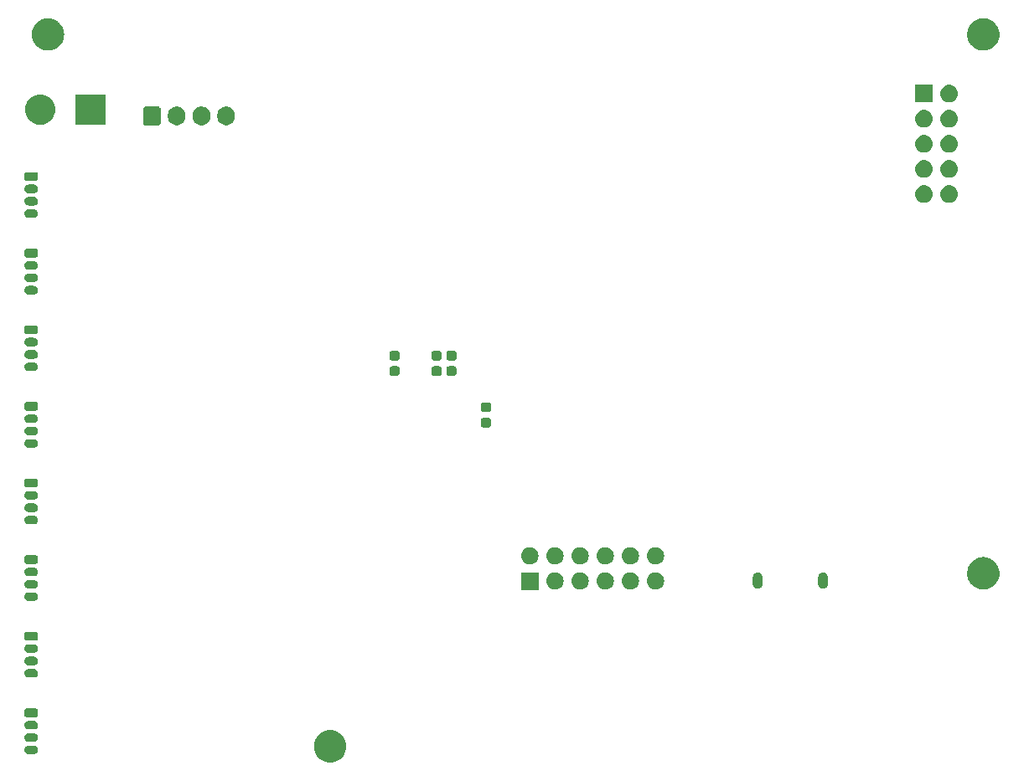
<source format=gbs>
G04 #@! TF.GenerationSoftware,KiCad,Pcbnew,7.0.7*
G04 #@! TF.CreationDate,2023-09-24T13:56:50+10:00*
G04 #@! TF.ProjectId,fyp_nubots_ssl,6679705f-6e75-4626-9f74-735f73736c2e,rev?*
G04 #@! TF.SameCoordinates,Original*
G04 #@! TF.FileFunction,Soldermask,Bot*
G04 #@! TF.FilePolarity,Negative*
%FSLAX46Y46*%
G04 Gerber Fmt 4.6, Leading zero omitted, Abs format (unit mm)*
G04 Created by KiCad (PCBNEW 7.0.7) date 2023-09-24 13:56:50*
%MOMM*%
%LPD*%
G01*
G04 APERTURE LIST*
G04 APERTURE END LIST*
G36*
X105059975Y-126866720D02*
G01*
X105122394Y-126866720D01*
X105190598Y-126877000D01*
X105256240Y-126882166D01*
X105309150Y-126894868D01*
X105364459Y-126903205D01*
X105436734Y-126925499D01*
X105506170Y-126942169D01*
X105551064Y-126960765D01*
X105598374Y-126975358D01*
X105672654Y-127011129D01*
X105743636Y-127040531D01*
X105780069Y-127062857D01*
X105818935Y-127081574D01*
X105892862Y-127131977D01*
X105962792Y-127174830D01*
X105990794Y-127198746D01*
X106021186Y-127219467D01*
X106092152Y-127285314D01*
X106158241Y-127341759D01*
X106178308Y-127365255D01*
X106200635Y-127385971D01*
X106265909Y-127467823D01*
X106325170Y-127537208D01*
X106338203Y-127558476D01*
X106353264Y-127577362D01*
X106410064Y-127675743D01*
X106459469Y-127756364D01*
X106466725Y-127773882D01*
X106475659Y-127789356D01*
X106521213Y-127905427D01*
X106557831Y-127993830D01*
X106560859Y-128006445D01*
X106565095Y-128017237D01*
X106596800Y-128156151D01*
X106617834Y-128243760D01*
X106618379Y-128250695D01*
X106619565Y-128255888D01*
X106635047Y-128462486D01*
X106638000Y-128500000D01*
X106635047Y-128537516D01*
X106619565Y-128744111D01*
X106618379Y-128749303D01*
X106617834Y-128756240D01*
X106596796Y-128843867D01*
X106565095Y-128982762D01*
X106560860Y-128993551D01*
X106557831Y-129006170D01*
X106521205Y-129094590D01*
X106475659Y-129210643D01*
X106466727Y-129226113D01*
X106459469Y-129243636D01*
X106410054Y-129324272D01*
X106353264Y-129422637D01*
X106338206Y-129441519D01*
X106325170Y-129462792D01*
X106265897Y-129532190D01*
X106200635Y-129614028D01*
X106178312Y-129634740D01*
X106158241Y-129658241D01*
X106092139Y-129714697D01*
X106021186Y-129780532D01*
X105990800Y-129801248D01*
X105962792Y-129825170D01*
X105892848Y-129868031D01*
X105818935Y-129918425D01*
X105780076Y-129937137D01*
X105743636Y-129959469D01*
X105672639Y-129988876D01*
X105598374Y-130024641D01*
X105551074Y-130039231D01*
X105506170Y-130057831D01*
X105436719Y-130074504D01*
X105364459Y-130096794D01*
X105309158Y-130105129D01*
X105256240Y-130117834D01*
X105190594Y-130123000D01*
X105122394Y-130133280D01*
X105059975Y-130133280D01*
X105000000Y-130138000D01*
X104940025Y-130133280D01*
X104877606Y-130133280D01*
X104809405Y-130123000D01*
X104743760Y-130117834D01*
X104690842Y-130105129D01*
X104635540Y-130096794D01*
X104563275Y-130074503D01*
X104493830Y-130057831D01*
X104448928Y-130039232D01*
X104401625Y-130024641D01*
X104327355Y-129988874D01*
X104256364Y-129959469D01*
X104219923Y-129937138D01*
X104181065Y-129918425D01*
X104107148Y-129868029D01*
X104037208Y-129825170D01*
X104009203Y-129801251D01*
X103978813Y-129780532D01*
X103907848Y-129714686D01*
X103841759Y-129658241D01*
X103821691Y-129634744D01*
X103799364Y-129614028D01*
X103734087Y-129532173D01*
X103674830Y-129462792D01*
X103661797Y-129441524D01*
X103646735Y-129422637D01*
X103589928Y-129324244D01*
X103540531Y-129243636D01*
X103533275Y-129226119D01*
X103524340Y-129210643D01*
X103478775Y-129094544D01*
X103442169Y-129006170D01*
X103439141Y-128993558D01*
X103434904Y-128982762D01*
X103403183Y-128843783D01*
X103382166Y-128756240D01*
X103381620Y-128749309D01*
X103380434Y-128744111D01*
X103364932Y-128537267D01*
X103362000Y-128500000D01*
X103364930Y-128462769D01*
X103380434Y-128255888D01*
X103381620Y-128250688D01*
X103382166Y-128243760D01*
X103403178Y-128156235D01*
X103434904Y-128017237D01*
X103439141Y-128006439D01*
X103442169Y-127993830D01*
X103478767Y-127905473D01*
X103524340Y-127789356D01*
X103533276Y-127773876D01*
X103540531Y-127756364D01*
X103589918Y-127675771D01*
X103646735Y-127577362D01*
X103661799Y-127558471D01*
X103674830Y-127537208D01*
X103734075Y-127467840D01*
X103799364Y-127385971D01*
X103821695Y-127365250D01*
X103841759Y-127341759D01*
X103907834Y-127285324D01*
X103978813Y-127219467D01*
X104009209Y-127198743D01*
X104037208Y-127174830D01*
X104107133Y-127131979D01*
X104181065Y-127081574D01*
X104219931Y-127062856D01*
X104256364Y-127040531D01*
X104327341Y-127011131D01*
X104401625Y-126975358D01*
X104448938Y-126960763D01*
X104493830Y-126942169D01*
X104563260Y-126925500D01*
X104635540Y-126903205D01*
X104690851Y-126894868D01*
X104743760Y-126882166D01*
X104809401Y-126877000D01*
X104877606Y-126866720D01*
X104940025Y-126866720D01*
X105000000Y-126862000D01*
X105059975Y-126866720D01*
G37*
G36*
X75115281Y-128441892D02*
G01*
X75145685Y-128451270D01*
X75173252Y-128455234D01*
X75203881Y-128469222D01*
X75240041Y-128480376D01*
X75263852Y-128496609D01*
X75286522Y-128506963D01*
X75314144Y-128530898D01*
X75347916Y-128553923D01*
X75364017Y-128574113D01*
X75380628Y-128588507D01*
X75401936Y-128621663D01*
X75429319Y-128656000D01*
X75437656Y-128677243D01*
X75447951Y-128693262D01*
X75459857Y-128733810D01*
X75477018Y-128777536D01*
X75478499Y-128797298D01*
X75483033Y-128812740D01*
X75483033Y-128857799D01*
X75486775Y-128907732D01*
X75483033Y-128924127D01*
X75483033Y-128937259D01*
X75469573Y-128983097D01*
X75457723Y-129035019D01*
X75450814Y-129046984D01*
X75447951Y-129056737D01*
X75420728Y-129099095D01*
X75392442Y-129148089D01*
X75384514Y-129155444D01*
X75380628Y-129161492D01*
X75340837Y-129195970D01*
X75296734Y-129236893D01*
X75289704Y-129240278D01*
X75286522Y-129243036D01*
X75237291Y-129265519D01*
X75179103Y-129293541D01*
X75174370Y-129294254D01*
X75173252Y-129294765D01*
X75123999Y-129301846D01*
X75050000Y-129313000D01*
X75046425Y-129313000D01*
X74553575Y-129313000D01*
X74550000Y-129313000D01*
X74484719Y-129308108D01*
X74454310Y-129298727D01*
X74426747Y-129294765D01*
X74396122Y-129280779D01*
X74359959Y-129269624D01*
X74336145Y-129253388D01*
X74313477Y-129243036D01*
X74285856Y-129219102D01*
X74252084Y-129196077D01*
X74235982Y-129175885D01*
X74219371Y-129161492D01*
X74198061Y-129128334D01*
X74170681Y-129094000D01*
X74162344Y-129072757D01*
X74152048Y-129056737D01*
X74140141Y-129016185D01*
X74122982Y-128972464D01*
X74121500Y-128952700D01*
X74116967Y-128937259D01*
X74116967Y-128892200D01*
X74113225Y-128842268D01*
X74116967Y-128825872D01*
X74116967Y-128812740D01*
X74130428Y-128766892D01*
X74142277Y-128714981D01*
X74149183Y-128703019D01*
X74152048Y-128693262D01*
X74179286Y-128650879D01*
X74207558Y-128601911D01*
X74215481Y-128594559D01*
X74219371Y-128588507D01*
X74259192Y-128554000D01*
X74303266Y-128513107D01*
X74310290Y-128509724D01*
X74313477Y-128506963D01*
X74362767Y-128484452D01*
X74420897Y-128456459D01*
X74425625Y-128455746D01*
X74426747Y-128455234D01*
X74476100Y-128448138D01*
X74550000Y-128437000D01*
X75050000Y-128437000D01*
X75115281Y-128441892D01*
G37*
G36*
X75115281Y-127191892D02*
G01*
X75145685Y-127201270D01*
X75173252Y-127205234D01*
X75203881Y-127219222D01*
X75240041Y-127230376D01*
X75263852Y-127246609D01*
X75286522Y-127256963D01*
X75314144Y-127280898D01*
X75347916Y-127303923D01*
X75364017Y-127324113D01*
X75380628Y-127338507D01*
X75401936Y-127371663D01*
X75429319Y-127406000D01*
X75437656Y-127427243D01*
X75447951Y-127443262D01*
X75459857Y-127483810D01*
X75477018Y-127527536D01*
X75478499Y-127547298D01*
X75483033Y-127562740D01*
X75483033Y-127607799D01*
X75486775Y-127657732D01*
X75483033Y-127674127D01*
X75483033Y-127687259D01*
X75469573Y-127733097D01*
X75457723Y-127785019D01*
X75450814Y-127796984D01*
X75447951Y-127806737D01*
X75420728Y-127849095D01*
X75392442Y-127898089D01*
X75384514Y-127905444D01*
X75380628Y-127911492D01*
X75340837Y-127945970D01*
X75296734Y-127986893D01*
X75289704Y-127990278D01*
X75286522Y-127993036D01*
X75237291Y-128015519D01*
X75179103Y-128043541D01*
X75174370Y-128044254D01*
X75173252Y-128044765D01*
X75123999Y-128051846D01*
X75050000Y-128063000D01*
X75046425Y-128063000D01*
X74553575Y-128063000D01*
X74550000Y-128063000D01*
X74484719Y-128058108D01*
X74454310Y-128048727D01*
X74426747Y-128044765D01*
X74396122Y-128030779D01*
X74359959Y-128019624D01*
X74336145Y-128003388D01*
X74313477Y-127993036D01*
X74285856Y-127969102D01*
X74252084Y-127946077D01*
X74235982Y-127925885D01*
X74219371Y-127911492D01*
X74198061Y-127878334D01*
X74170681Y-127844000D01*
X74162344Y-127822757D01*
X74152048Y-127806737D01*
X74140141Y-127766185D01*
X74122982Y-127722464D01*
X74121500Y-127702700D01*
X74116967Y-127687259D01*
X74116967Y-127642200D01*
X74113225Y-127592268D01*
X74116967Y-127575872D01*
X74116967Y-127562740D01*
X74130428Y-127516892D01*
X74142277Y-127464981D01*
X74149183Y-127453019D01*
X74152048Y-127443262D01*
X74179286Y-127400879D01*
X74207558Y-127351911D01*
X74215481Y-127344559D01*
X74219371Y-127338507D01*
X74259192Y-127304000D01*
X74303266Y-127263107D01*
X74310290Y-127259724D01*
X74313477Y-127256963D01*
X74362767Y-127234452D01*
X74420897Y-127206459D01*
X74425625Y-127205746D01*
X74426747Y-127205234D01*
X74476100Y-127198138D01*
X74550000Y-127187000D01*
X75050000Y-127187000D01*
X75115281Y-127191892D01*
G37*
G36*
X75115281Y-125941892D02*
G01*
X75145685Y-125951270D01*
X75173252Y-125955234D01*
X75203881Y-125969222D01*
X75240041Y-125980376D01*
X75263852Y-125996609D01*
X75286522Y-126006963D01*
X75314144Y-126030898D01*
X75347916Y-126053923D01*
X75364017Y-126074113D01*
X75380628Y-126088507D01*
X75401936Y-126121663D01*
X75429319Y-126156000D01*
X75437656Y-126177243D01*
X75447951Y-126193262D01*
X75459857Y-126233810D01*
X75477018Y-126277536D01*
X75478499Y-126297298D01*
X75483033Y-126312740D01*
X75483033Y-126357799D01*
X75486775Y-126407732D01*
X75483033Y-126424127D01*
X75483033Y-126437259D01*
X75469573Y-126483097D01*
X75457723Y-126535019D01*
X75450814Y-126546984D01*
X75447951Y-126556737D01*
X75420728Y-126599095D01*
X75392442Y-126648089D01*
X75384514Y-126655444D01*
X75380628Y-126661492D01*
X75340837Y-126695970D01*
X75296734Y-126736893D01*
X75289704Y-126740278D01*
X75286522Y-126743036D01*
X75237291Y-126765519D01*
X75179103Y-126793541D01*
X75174370Y-126794254D01*
X75173252Y-126794765D01*
X75123999Y-126801846D01*
X75050000Y-126813000D01*
X75046425Y-126813000D01*
X74553575Y-126813000D01*
X74550000Y-126813000D01*
X74484719Y-126808108D01*
X74454310Y-126798727D01*
X74426747Y-126794765D01*
X74396122Y-126780779D01*
X74359959Y-126769624D01*
X74336145Y-126753388D01*
X74313477Y-126743036D01*
X74285856Y-126719102D01*
X74252084Y-126696077D01*
X74235982Y-126675885D01*
X74219371Y-126661492D01*
X74198061Y-126628334D01*
X74170681Y-126594000D01*
X74162344Y-126572757D01*
X74152048Y-126556737D01*
X74140141Y-126516185D01*
X74122982Y-126472464D01*
X74121500Y-126452700D01*
X74116967Y-126437259D01*
X74116967Y-126392200D01*
X74113225Y-126342268D01*
X74116967Y-126325872D01*
X74116967Y-126312740D01*
X74130428Y-126266892D01*
X74142277Y-126214981D01*
X74149183Y-126203019D01*
X74152048Y-126193262D01*
X74179286Y-126150879D01*
X74207558Y-126101911D01*
X74215481Y-126094559D01*
X74219371Y-126088507D01*
X74259192Y-126054000D01*
X74303266Y-126013107D01*
X74310290Y-126009724D01*
X74313477Y-126006963D01*
X74362767Y-125984452D01*
X74420897Y-125956459D01*
X74425625Y-125955746D01*
X74426747Y-125955234D01*
X74476100Y-125948138D01*
X74550000Y-125937000D01*
X75050000Y-125937000D01*
X75115281Y-125941892D01*
G37*
G36*
X75254047Y-124687805D02*
G01*
X75302661Y-124693445D01*
X75319271Y-124700779D01*
X75341079Y-124705117D01*
X75364425Y-124720716D01*
X75384012Y-124729365D01*
X75397390Y-124742743D01*
X75418291Y-124756709D01*
X75432256Y-124777609D01*
X75445634Y-124790987D01*
X75454281Y-124810572D01*
X75469883Y-124833921D01*
X75474221Y-124855731D01*
X75481554Y-124872338D01*
X75487192Y-124920942D01*
X75488000Y-124925000D01*
X75488000Y-125325000D01*
X75487192Y-125329059D01*
X75481554Y-125377661D01*
X75474221Y-125394266D01*
X75469883Y-125416079D01*
X75454280Y-125439429D01*
X75445634Y-125459012D01*
X75432258Y-125472387D01*
X75418291Y-125493291D01*
X75397387Y-125507258D01*
X75384012Y-125520634D01*
X75364429Y-125529280D01*
X75341079Y-125544883D01*
X75319266Y-125549221D01*
X75302661Y-125556554D01*
X75254059Y-125562192D01*
X75250000Y-125563000D01*
X74350000Y-125563000D01*
X74345942Y-125562192D01*
X74297338Y-125556554D01*
X74280731Y-125549221D01*
X74258921Y-125544883D01*
X74235572Y-125529281D01*
X74215987Y-125520634D01*
X74202609Y-125507256D01*
X74181709Y-125493291D01*
X74167743Y-125472390D01*
X74154365Y-125459012D01*
X74145716Y-125439425D01*
X74130117Y-125416079D01*
X74125779Y-125394271D01*
X74118445Y-125377661D01*
X74112805Y-125329047D01*
X74112000Y-125325000D01*
X74112000Y-124925000D01*
X74112804Y-124920954D01*
X74118445Y-124872338D01*
X74125779Y-124855727D01*
X74130117Y-124833921D01*
X74145715Y-124810576D01*
X74154365Y-124790987D01*
X74167745Y-124777606D01*
X74181709Y-124756709D01*
X74202606Y-124742745D01*
X74215987Y-124729365D01*
X74235576Y-124720715D01*
X74258921Y-124705117D01*
X74280727Y-124700779D01*
X74297338Y-124693445D01*
X74345954Y-124687804D01*
X74350000Y-124687000D01*
X75250000Y-124687000D01*
X75254047Y-124687805D01*
G37*
G36*
X75115281Y-120691892D02*
G01*
X75145685Y-120701270D01*
X75173252Y-120705234D01*
X75203881Y-120719222D01*
X75240041Y-120730376D01*
X75263852Y-120746609D01*
X75286522Y-120756963D01*
X75314144Y-120780898D01*
X75347916Y-120803923D01*
X75364017Y-120824113D01*
X75380628Y-120838507D01*
X75401936Y-120871663D01*
X75429319Y-120906000D01*
X75437656Y-120927243D01*
X75447951Y-120943262D01*
X75459857Y-120983810D01*
X75477018Y-121027536D01*
X75478499Y-121047298D01*
X75483033Y-121062740D01*
X75483033Y-121107799D01*
X75486775Y-121157732D01*
X75483033Y-121174127D01*
X75483033Y-121187259D01*
X75469573Y-121233097D01*
X75457723Y-121285019D01*
X75450814Y-121296984D01*
X75447951Y-121306737D01*
X75420728Y-121349095D01*
X75392442Y-121398089D01*
X75384514Y-121405444D01*
X75380628Y-121411492D01*
X75340837Y-121445970D01*
X75296734Y-121486893D01*
X75289704Y-121490278D01*
X75286522Y-121493036D01*
X75237291Y-121515519D01*
X75179103Y-121543541D01*
X75174370Y-121544254D01*
X75173252Y-121544765D01*
X75123999Y-121551846D01*
X75050000Y-121563000D01*
X75046425Y-121563000D01*
X74553575Y-121563000D01*
X74550000Y-121563000D01*
X74484719Y-121558108D01*
X74454310Y-121548727D01*
X74426747Y-121544765D01*
X74396122Y-121530779D01*
X74359959Y-121519624D01*
X74336145Y-121503388D01*
X74313477Y-121493036D01*
X74285856Y-121469102D01*
X74252084Y-121446077D01*
X74235982Y-121425885D01*
X74219371Y-121411492D01*
X74198061Y-121378334D01*
X74170681Y-121344000D01*
X74162344Y-121322757D01*
X74152048Y-121306737D01*
X74140141Y-121266185D01*
X74122982Y-121222464D01*
X74121500Y-121202700D01*
X74116967Y-121187259D01*
X74116967Y-121142200D01*
X74113225Y-121092268D01*
X74116967Y-121075872D01*
X74116967Y-121062740D01*
X74130428Y-121016892D01*
X74142277Y-120964981D01*
X74149183Y-120953019D01*
X74152048Y-120943262D01*
X74179286Y-120900879D01*
X74207558Y-120851911D01*
X74215481Y-120844559D01*
X74219371Y-120838507D01*
X74259192Y-120804000D01*
X74303266Y-120763107D01*
X74310290Y-120759724D01*
X74313477Y-120756963D01*
X74362767Y-120734452D01*
X74420897Y-120706459D01*
X74425625Y-120705746D01*
X74426747Y-120705234D01*
X74476100Y-120698138D01*
X74550000Y-120687000D01*
X75050000Y-120687000D01*
X75115281Y-120691892D01*
G37*
G36*
X75115281Y-119441892D02*
G01*
X75145685Y-119451270D01*
X75173252Y-119455234D01*
X75203881Y-119469222D01*
X75240041Y-119480376D01*
X75263852Y-119496609D01*
X75286522Y-119506963D01*
X75314144Y-119530898D01*
X75347916Y-119553923D01*
X75364017Y-119574113D01*
X75380628Y-119588507D01*
X75401936Y-119621663D01*
X75429319Y-119656000D01*
X75437656Y-119677243D01*
X75447951Y-119693262D01*
X75459857Y-119733810D01*
X75477018Y-119777536D01*
X75478499Y-119797298D01*
X75483033Y-119812740D01*
X75483033Y-119857799D01*
X75486775Y-119907732D01*
X75483033Y-119924127D01*
X75483033Y-119937259D01*
X75469573Y-119983097D01*
X75457723Y-120035019D01*
X75450814Y-120046984D01*
X75447951Y-120056737D01*
X75420728Y-120099095D01*
X75392442Y-120148089D01*
X75384514Y-120155444D01*
X75380628Y-120161492D01*
X75340837Y-120195970D01*
X75296734Y-120236893D01*
X75289704Y-120240278D01*
X75286522Y-120243036D01*
X75237291Y-120265519D01*
X75179103Y-120293541D01*
X75174370Y-120294254D01*
X75173252Y-120294765D01*
X75123999Y-120301846D01*
X75050000Y-120313000D01*
X75046425Y-120313000D01*
X74553575Y-120313000D01*
X74550000Y-120313000D01*
X74484719Y-120308108D01*
X74454310Y-120298727D01*
X74426747Y-120294765D01*
X74396122Y-120280779D01*
X74359959Y-120269624D01*
X74336145Y-120253388D01*
X74313477Y-120243036D01*
X74285856Y-120219102D01*
X74252084Y-120196077D01*
X74235982Y-120175885D01*
X74219371Y-120161492D01*
X74198061Y-120128334D01*
X74170681Y-120094000D01*
X74162344Y-120072757D01*
X74152048Y-120056737D01*
X74140141Y-120016185D01*
X74122982Y-119972464D01*
X74121500Y-119952700D01*
X74116967Y-119937259D01*
X74116967Y-119892200D01*
X74113225Y-119842268D01*
X74116967Y-119825872D01*
X74116967Y-119812740D01*
X74130428Y-119766892D01*
X74142277Y-119714981D01*
X74149183Y-119703019D01*
X74152048Y-119693262D01*
X74179286Y-119650879D01*
X74207558Y-119601911D01*
X74215481Y-119594559D01*
X74219371Y-119588507D01*
X74259192Y-119554000D01*
X74303266Y-119513107D01*
X74310290Y-119509724D01*
X74313477Y-119506963D01*
X74362767Y-119484452D01*
X74420897Y-119456459D01*
X74425625Y-119455746D01*
X74426747Y-119455234D01*
X74476100Y-119448138D01*
X74550000Y-119437000D01*
X75050000Y-119437000D01*
X75115281Y-119441892D01*
G37*
G36*
X75115281Y-118191892D02*
G01*
X75145685Y-118201270D01*
X75173252Y-118205234D01*
X75203881Y-118219222D01*
X75240041Y-118230376D01*
X75263852Y-118246609D01*
X75286522Y-118256963D01*
X75314144Y-118280898D01*
X75347916Y-118303923D01*
X75364017Y-118324113D01*
X75380628Y-118338507D01*
X75401936Y-118371663D01*
X75429319Y-118406000D01*
X75437656Y-118427243D01*
X75447951Y-118443262D01*
X75459857Y-118483810D01*
X75477018Y-118527536D01*
X75478499Y-118547298D01*
X75483033Y-118562740D01*
X75483033Y-118607799D01*
X75486775Y-118657732D01*
X75483033Y-118674127D01*
X75483033Y-118687259D01*
X75469573Y-118733097D01*
X75457723Y-118785019D01*
X75450814Y-118796984D01*
X75447951Y-118806737D01*
X75420728Y-118849095D01*
X75392442Y-118898089D01*
X75384514Y-118905444D01*
X75380628Y-118911492D01*
X75340837Y-118945970D01*
X75296734Y-118986893D01*
X75289704Y-118990278D01*
X75286522Y-118993036D01*
X75237291Y-119015519D01*
X75179103Y-119043541D01*
X75174370Y-119044254D01*
X75173252Y-119044765D01*
X75123999Y-119051846D01*
X75050000Y-119063000D01*
X75046425Y-119063000D01*
X74553575Y-119063000D01*
X74550000Y-119063000D01*
X74484719Y-119058108D01*
X74454310Y-119048727D01*
X74426747Y-119044765D01*
X74396122Y-119030779D01*
X74359959Y-119019624D01*
X74336145Y-119003388D01*
X74313477Y-118993036D01*
X74285856Y-118969102D01*
X74252084Y-118946077D01*
X74235982Y-118925885D01*
X74219371Y-118911492D01*
X74198061Y-118878334D01*
X74170681Y-118844000D01*
X74162344Y-118822757D01*
X74152048Y-118806737D01*
X74140141Y-118766185D01*
X74122982Y-118722464D01*
X74121500Y-118702700D01*
X74116967Y-118687259D01*
X74116967Y-118642200D01*
X74113225Y-118592268D01*
X74116967Y-118575872D01*
X74116967Y-118562740D01*
X74130428Y-118516892D01*
X74142277Y-118464981D01*
X74149183Y-118453019D01*
X74152048Y-118443262D01*
X74179286Y-118400879D01*
X74207558Y-118351911D01*
X74215481Y-118344559D01*
X74219371Y-118338507D01*
X74259192Y-118304000D01*
X74303266Y-118263107D01*
X74310290Y-118259724D01*
X74313477Y-118256963D01*
X74362767Y-118234452D01*
X74420897Y-118206459D01*
X74425625Y-118205746D01*
X74426747Y-118205234D01*
X74476100Y-118198138D01*
X74550000Y-118187000D01*
X75050000Y-118187000D01*
X75115281Y-118191892D01*
G37*
G36*
X75254047Y-116937805D02*
G01*
X75302661Y-116943445D01*
X75319271Y-116950779D01*
X75341079Y-116955117D01*
X75364425Y-116970716D01*
X75384012Y-116979365D01*
X75397390Y-116992743D01*
X75418291Y-117006709D01*
X75432256Y-117027609D01*
X75445634Y-117040987D01*
X75454281Y-117060572D01*
X75469883Y-117083921D01*
X75474221Y-117105731D01*
X75481554Y-117122338D01*
X75487192Y-117170942D01*
X75488000Y-117175000D01*
X75488000Y-117575000D01*
X75487192Y-117579059D01*
X75481554Y-117627661D01*
X75474221Y-117644266D01*
X75469883Y-117666079D01*
X75454280Y-117689429D01*
X75445634Y-117709012D01*
X75432258Y-117722387D01*
X75418291Y-117743291D01*
X75397387Y-117757258D01*
X75384012Y-117770634D01*
X75364429Y-117779280D01*
X75341079Y-117794883D01*
X75319266Y-117799221D01*
X75302661Y-117806554D01*
X75254059Y-117812192D01*
X75250000Y-117813000D01*
X74350000Y-117813000D01*
X74345942Y-117812192D01*
X74297338Y-117806554D01*
X74280731Y-117799221D01*
X74258921Y-117794883D01*
X74235572Y-117779281D01*
X74215987Y-117770634D01*
X74202609Y-117757256D01*
X74181709Y-117743291D01*
X74167743Y-117722390D01*
X74154365Y-117709012D01*
X74145716Y-117689425D01*
X74130117Y-117666079D01*
X74125779Y-117644271D01*
X74118445Y-117627661D01*
X74112805Y-117579047D01*
X74112000Y-117575000D01*
X74112000Y-117175000D01*
X74112804Y-117170954D01*
X74118445Y-117122338D01*
X74125779Y-117105727D01*
X74130117Y-117083921D01*
X74145715Y-117060576D01*
X74154365Y-117040987D01*
X74167745Y-117027606D01*
X74181709Y-117006709D01*
X74202606Y-116992745D01*
X74215987Y-116979365D01*
X74235576Y-116970715D01*
X74258921Y-116955117D01*
X74280727Y-116950779D01*
X74297338Y-116943445D01*
X74345954Y-116937804D01*
X74350000Y-116937000D01*
X75250000Y-116937000D01*
X75254047Y-116937805D01*
G37*
G36*
X75115281Y-112941892D02*
G01*
X75145685Y-112951270D01*
X75173252Y-112955234D01*
X75203881Y-112969222D01*
X75240041Y-112980376D01*
X75263852Y-112996609D01*
X75286522Y-113006963D01*
X75314144Y-113030898D01*
X75347916Y-113053923D01*
X75364017Y-113074113D01*
X75380628Y-113088507D01*
X75401936Y-113121663D01*
X75429319Y-113156000D01*
X75437656Y-113177243D01*
X75447951Y-113193262D01*
X75459857Y-113233810D01*
X75477018Y-113277536D01*
X75478499Y-113297298D01*
X75483033Y-113312740D01*
X75483033Y-113357799D01*
X75486775Y-113407732D01*
X75483033Y-113424127D01*
X75483033Y-113437259D01*
X75469573Y-113483097D01*
X75457723Y-113535019D01*
X75450814Y-113546984D01*
X75447951Y-113556737D01*
X75420728Y-113599095D01*
X75392442Y-113648089D01*
X75384514Y-113655444D01*
X75380628Y-113661492D01*
X75340837Y-113695970D01*
X75296734Y-113736893D01*
X75289704Y-113740278D01*
X75286522Y-113743036D01*
X75237291Y-113765519D01*
X75179103Y-113793541D01*
X75174370Y-113794254D01*
X75173252Y-113794765D01*
X75123999Y-113801846D01*
X75050000Y-113813000D01*
X75046425Y-113813000D01*
X74553575Y-113813000D01*
X74550000Y-113813000D01*
X74484719Y-113808108D01*
X74454310Y-113798727D01*
X74426747Y-113794765D01*
X74396122Y-113780779D01*
X74359959Y-113769624D01*
X74336145Y-113753388D01*
X74313477Y-113743036D01*
X74285856Y-113719102D01*
X74252084Y-113696077D01*
X74235982Y-113675885D01*
X74219371Y-113661492D01*
X74198061Y-113628334D01*
X74170681Y-113594000D01*
X74162344Y-113572757D01*
X74152048Y-113556737D01*
X74140141Y-113516185D01*
X74122982Y-113472464D01*
X74121500Y-113452700D01*
X74116967Y-113437259D01*
X74116967Y-113392200D01*
X74113225Y-113342268D01*
X74116967Y-113325872D01*
X74116967Y-113312740D01*
X74130428Y-113266892D01*
X74142277Y-113214981D01*
X74149183Y-113203019D01*
X74152048Y-113193262D01*
X74179286Y-113150879D01*
X74207558Y-113101911D01*
X74215481Y-113094559D01*
X74219371Y-113088507D01*
X74259192Y-113054000D01*
X74303266Y-113013107D01*
X74310290Y-113009724D01*
X74313477Y-113006963D01*
X74362767Y-112984452D01*
X74420897Y-112956459D01*
X74425625Y-112955746D01*
X74426747Y-112955234D01*
X74476100Y-112948138D01*
X74550000Y-112937000D01*
X75050000Y-112937000D01*
X75115281Y-112941892D01*
G37*
G36*
X126034542Y-110904893D02*
G01*
X126046870Y-110913130D01*
X126055107Y-110925458D01*
X126058000Y-110940000D01*
X126058000Y-112640000D01*
X126055107Y-112654542D01*
X126046870Y-112666870D01*
X126034542Y-112675107D01*
X126020000Y-112678000D01*
X124320000Y-112678000D01*
X124305458Y-112675107D01*
X124293130Y-112666870D01*
X124284893Y-112654542D01*
X124282000Y-112640000D01*
X124282000Y-110940000D01*
X124284893Y-110925458D01*
X124293130Y-110913130D01*
X124305458Y-110904893D01*
X124320000Y-110902000D01*
X126020000Y-110902000D01*
X126034542Y-110904893D01*
G37*
G36*
X127984407Y-110945462D02*
G01*
X128154000Y-111020969D01*
X128304188Y-111130087D01*
X128428407Y-111268047D01*
X128521228Y-111428818D01*
X128578595Y-111605374D01*
X128598000Y-111790000D01*
X128578595Y-111974626D01*
X128521228Y-112151182D01*
X128428407Y-112311953D01*
X128304188Y-112449913D01*
X128154000Y-112559031D01*
X127984407Y-112634538D01*
X127802821Y-112673135D01*
X127617179Y-112673135D01*
X127435593Y-112634538D01*
X127266000Y-112559031D01*
X127115812Y-112449913D01*
X126991593Y-112311953D01*
X126898772Y-112151182D01*
X126841405Y-111974626D01*
X126822000Y-111790000D01*
X126841405Y-111605374D01*
X126898772Y-111428818D01*
X126991593Y-111268047D01*
X127115812Y-111130087D01*
X127266000Y-111020969D01*
X127435593Y-110945462D01*
X127617179Y-110906865D01*
X127802821Y-110906865D01*
X127984407Y-110945462D01*
G37*
G36*
X130524407Y-110945462D02*
G01*
X130694000Y-111020969D01*
X130844188Y-111130087D01*
X130968407Y-111268047D01*
X131061228Y-111428818D01*
X131118595Y-111605374D01*
X131138000Y-111790000D01*
X131118595Y-111974626D01*
X131061228Y-112151182D01*
X130968407Y-112311953D01*
X130844188Y-112449913D01*
X130694000Y-112559031D01*
X130524407Y-112634538D01*
X130342821Y-112673135D01*
X130157179Y-112673135D01*
X129975593Y-112634538D01*
X129806000Y-112559031D01*
X129655812Y-112449913D01*
X129531593Y-112311953D01*
X129438772Y-112151182D01*
X129381405Y-111974626D01*
X129362000Y-111790000D01*
X129381405Y-111605374D01*
X129438772Y-111428818D01*
X129531593Y-111268047D01*
X129655812Y-111130087D01*
X129806000Y-111020969D01*
X129975593Y-110945462D01*
X130157179Y-110906865D01*
X130342821Y-110906865D01*
X130524407Y-110945462D01*
G37*
G36*
X133064407Y-110945462D02*
G01*
X133234000Y-111020969D01*
X133384188Y-111130087D01*
X133508407Y-111268047D01*
X133601228Y-111428818D01*
X133658595Y-111605374D01*
X133678000Y-111790000D01*
X133658595Y-111974626D01*
X133601228Y-112151182D01*
X133508407Y-112311953D01*
X133384188Y-112449913D01*
X133234000Y-112559031D01*
X133064407Y-112634538D01*
X132882821Y-112673135D01*
X132697179Y-112673135D01*
X132515593Y-112634538D01*
X132346000Y-112559031D01*
X132195812Y-112449913D01*
X132071593Y-112311953D01*
X131978772Y-112151182D01*
X131921405Y-111974626D01*
X131902000Y-111790000D01*
X131921405Y-111605374D01*
X131978772Y-111428818D01*
X132071593Y-111268047D01*
X132195812Y-111130087D01*
X132346000Y-111020969D01*
X132515593Y-110945462D01*
X132697179Y-110906865D01*
X132882821Y-110906865D01*
X133064407Y-110945462D01*
G37*
G36*
X135604407Y-110945462D02*
G01*
X135774000Y-111020969D01*
X135924188Y-111130087D01*
X136048407Y-111268047D01*
X136141228Y-111428818D01*
X136198595Y-111605374D01*
X136218000Y-111790000D01*
X136198595Y-111974626D01*
X136141228Y-112151182D01*
X136048407Y-112311953D01*
X135924188Y-112449913D01*
X135774000Y-112559031D01*
X135604407Y-112634538D01*
X135422821Y-112673135D01*
X135237179Y-112673135D01*
X135055593Y-112634538D01*
X134886000Y-112559031D01*
X134735812Y-112449913D01*
X134611593Y-112311953D01*
X134518772Y-112151182D01*
X134461405Y-111974626D01*
X134442000Y-111790000D01*
X134461405Y-111605374D01*
X134518772Y-111428818D01*
X134611593Y-111268047D01*
X134735812Y-111130087D01*
X134886000Y-111020969D01*
X135055593Y-110945462D01*
X135237179Y-110906865D01*
X135422821Y-110906865D01*
X135604407Y-110945462D01*
G37*
G36*
X138144407Y-110945462D02*
G01*
X138314000Y-111020969D01*
X138464188Y-111130087D01*
X138588407Y-111268047D01*
X138681228Y-111428818D01*
X138738595Y-111605374D01*
X138758000Y-111790000D01*
X138738595Y-111974626D01*
X138681228Y-112151182D01*
X138588407Y-112311953D01*
X138464188Y-112449913D01*
X138314000Y-112559031D01*
X138144407Y-112634538D01*
X137962821Y-112673135D01*
X137777179Y-112673135D01*
X137595593Y-112634538D01*
X137426000Y-112559031D01*
X137275812Y-112449913D01*
X137151593Y-112311953D01*
X137058772Y-112151182D01*
X137001405Y-111974626D01*
X136982000Y-111790000D01*
X137001405Y-111605374D01*
X137058772Y-111428818D01*
X137151593Y-111268047D01*
X137275812Y-111130087D01*
X137426000Y-111020969D01*
X137595593Y-110945462D01*
X137777179Y-110906865D01*
X137962821Y-110906865D01*
X138144407Y-110945462D01*
G37*
G36*
X171059975Y-109366720D02*
G01*
X171122394Y-109366720D01*
X171190598Y-109377000D01*
X171256240Y-109382166D01*
X171309150Y-109394868D01*
X171364459Y-109403205D01*
X171436734Y-109425499D01*
X171506170Y-109442169D01*
X171551064Y-109460765D01*
X171598374Y-109475358D01*
X171672654Y-109511129D01*
X171743636Y-109540531D01*
X171780069Y-109562857D01*
X171818935Y-109581574D01*
X171892862Y-109631977D01*
X171962792Y-109674830D01*
X171990794Y-109698746D01*
X172021186Y-109719467D01*
X172092152Y-109785314D01*
X172158241Y-109841759D01*
X172178308Y-109865255D01*
X172200635Y-109885971D01*
X172265909Y-109967823D01*
X172325170Y-110037208D01*
X172338203Y-110058476D01*
X172353264Y-110077362D01*
X172410064Y-110175743D01*
X172459469Y-110256364D01*
X172466725Y-110273882D01*
X172475659Y-110289356D01*
X172521213Y-110405427D01*
X172557831Y-110493830D01*
X172560859Y-110506445D01*
X172565095Y-110517237D01*
X172596800Y-110656151D01*
X172617834Y-110743760D01*
X172618379Y-110750695D01*
X172619565Y-110755888D01*
X172635047Y-110962486D01*
X172638000Y-111000000D01*
X172635047Y-111037516D01*
X172619565Y-111244111D01*
X172618379Y-111249303D01*
X172617834Y-111256240D01*
X172596796Y-111343867D01*
X172565095Y-111482762D01*
X172560860Y-111493551D01*
X172557831Y-111506170D01*
X172521205Y-111594590D01*
X172475659Y-111710643D01*
X172466727Y-111726113D01*
X172459469Y-111743636D01*
X172410054Y-111824272D01*
X172353264Y-111922637D01*
X172338206Y-111941519D01*
X172325170Y-111962792D01*
X172265897Y-112032190D01*
X172200635Y-112114028D01*
X172178312Y-112134740D01*
X172158241Y-112158241D01*
X172092139Y-112214697D01*
X172021186Y-112280532D01*
X171990800Y-112301248D01*
X171962792Y-112325170D01*
X171892848Y-112368031D01*
X171818935Y-112418425D01*
X171780076Y-112437137D01*
X171743636Y-112459469D01*
X171672639Y-112488876D01*
X171598374Y-112524641D01*
X171551074Y-112539231D01*
X171506170Y-112557831D01*
X171436719Y-112574504D01*
X171364459Y-112596794D01*
X171309158Y-112605129D01*
X171256240Y-112617834D01*
X171190594Y-112623000D01*
X171122394Y-112633280D01*
X171059975Y-112633280D01*
X171000000Y-112638000D01*
X170940025Y-112633280D01*
X170877606Y-112633280D01*
X170809405Y-112623000D01*
X170743760Y-112617834D01*
X170690842Y-112605129D01*
X170635540Y-112596794D01*
X170563275Y-112574503D01*
X170493830Y-112557831D01*
X170448928Y-112539232D01*
X170401625Y-112524641D01*
X170327355Y-112488874D01*
X170256364Y-112459469D01*
X170219923Y-112437138D01*
X170181065Y-112418425D01*
X170107148Y-112368029D01*
X170037208Y-112325170D01*
X170009203Y-112301251D01*
X169978813Y-112280532D01*
X169907848Y-112214686D01*
X169841759Y-112158241D01*
X169821691Y-112134744D01*
X169799364Y-112114028D01*
X169734087Y-112032173D01*
X169674830Y-111962792D01*
X169661797Y-111941524D01*
X169646735Y-111922637D01*
X169589928Y-111824244D01*
X169540531Y-111743636D01*
X169533275Y-111726119D01*
X169524340Y-111710643D01*
X169478775Y-111594544D01*
X169442169Y-111506170D01*
X169439141Y-111493558D01*
X169434904Y-111482762D01*
X169403183Y-111343783D01*
X169382166Y-111256240D01*
X169381620Y-111249309D01*
X169380434Y-111244111D01*
X169364931Y-111037250D01*
X169362000Y-111000000D01*
X169364931Y-110962752D01*
X169380434Y-110755888D01*
X169381620Y-110750688D01*
X169382166Y-110743760D01*
X169403178Y-110656235D01*
X169434904Y-110517237D01*
X169439141Y-110506439D01*
X169442169Y-110493830D01*
X169478767Y-110405473D01*
X169524340Y-110289356D01*
X169533276Y-110273876D01*
X169540531Y-110256364D01*
X169589918Y-110175771D01*
X169646735Y-110077362D01*
X169661799Y-110058471D01*
X169674830Y-110037208D01*
X169734075Y-109967840D01*
X169799364Y-109885971D01*
X169821695Y-109865250D01*
X169841759Y-109841759D01*
X169907834Y-109785324D01*
X169978813Y-109719467D01*
X170009209Y-109698743D01*
X170037208Y-109674830D01*
X170107133Y-109631979D01*
X170181065Y-109581574D01*
X170219931Y-109562856D01*
X170256364Y-109540531D01*
X170327341Y-109511131D01*
X170401625Y-109475358D01*
X170448938Y-109460763D01*
X170493830Y-109442169D01*
X170563260Y-109425500D01*
X170635540Y-109403205D01*
X170690851Y-109394868D01*
X170743760Y-109382166D01*
X170809401Y-109377000D01*
X170877606Y-109366720D01*
X170940025Y-109366720D01*
X171000000Y-109362000D01*
X171059975Y-109366720D01*
G37*
G36*
X148215869Y-110916967D02*
G01*
X148269450Y-110916967D01*
X148285721Y-110921744D01*
X148299189Y-110922666D01*
X148348293Y-110940117D01*
X148402723Y-110956100D01*
X148414427Y-110963622D01*
X148424295Y-110967129D01*
X148469128Y-110998776D01*
X148519572Y-111031194D01*
X148526687Y-111039405D01*
X148532764Y-111043695D01*
X148569026Y-111088267D01*
X148610532Y-111136167D01*
X148613777Y-111143272D01*
X148616554Y-111146686D01*
X148640259Y-111201261D01*
X148668233Y-111262515D01*
X148668909Y-111267219D01*
X148669452Y-111268469D01*
X148677332Y-111325807D01*
X148688000Y-111400000D01*
X148688000Y-112100000D01*
X148687777Y-112101545D01*
X148683456Y-112164714D01*
X148673678Y-112199611D01*
X148668233Y-112237485D01*
X148654865Y-112266756D01*
X148647167Y-112294232D01*
X148627692Y-112326257D01*
X148610532Y-112363833D01*
X148591451Y-112385852D01*
X148578182Y-112407674D01*
X148548620Y-112435282D01*
X148519572Y-112468806D01*
X148497618Y-112482914D01*
X148481148Y-112498297D01*
X148442612Y-112518264D01*
X148402723Y-112543900D01*
X148380605Y-112550394D01*
X148363264Y-112559380D01*
X148317900Y-112568806D01*
X148269450Y-112583033D01*
X148249437Y-112583033D01*
X148233268Y-112586393D01*
X148184145Y-112583033D01*
X148130550Y-112583033D01*
X148114274Y-112578253D01*
X148100810Y-112577333D01*
X148051717Y-112559885D01*
X147997277Y-112543900D01*
X147985570Y-112536376D01*
X147975704Y-112532870D01*
X147930875Y-112501226D01*
X147880428Y-112468806D01*
X147873311Y-112460593D01*
X147867235Y-112456304D01*
X147830970Y-112411728D01*
X147789468Y-112363833D01*
X147786223Y-112356727D01*
X147783445Y-112353313D01*
X147759728Y-112298712D01*
X147731767Y-112237485D01*
X147731090Y-112232782D01*
X147730547Y-112231530D01*
X147722657Y-112174123D01*
X147712000Y-112100000D01*
X147712000Y-111400000D01*
X147712221Y-111398456D01*
X147716543Y-111335285D01*
X147726323Y-111300379D01*
X147731767Y-111262515D01*
X147745131Y-111233250D01*
X147752832Y-111205767D01*
X147772312Y-111173732D01*
X147789468Y-111136167D01*
X147808542Y-111114153D01*
X147821817Y-111092325D01*
X147851388Y-111064707D01*
X147880428Y-111031194D01*
X147902374Y-111017089D01*
X147918851Y-111001702D01*
X147957399Y-110981727D01*
X147997277Y-110956100D01*
X148019388Y-110949607D01*
X148036735Y-110940619D01*
X148082113Y-110931189D01*
X148130550Y-110916967D01*
X148150557Y-110916967D01*
X148166731Y-110913606D01*
X148215869Y-110916967D01*
G37*
G36*
X154815869Y-110916967D02*
G01*
X154869450Y-110916967D01*
X154885721Y-110921744D01*
X154899189Y-110922666D01*
X154948293Y-110940117D01*
X155002723Y-110956100D01*
X155014427Y-110963622D01*
X155024295Y-110967129D01*
X155069128Y-110998776D01*
X155119572Y-111031194D01*
X155126687Y-111039405D01*
X155132764Y-111043695D01*
X155169026Y-111088267D01*
X155210532Y-111136167D01*
X155213777Y-111143272D01*
X155216554Y-111146686D01*
X155240259Y-111201261D01*
X155268233Y-111262515D01*
X155268909Y-111267219D01*
X155269452Y-111268469D01*
X155277332Y-111325807D01*
X155288000Y-111400000D01*
X155288000Y-112100000D01*
X155287777Y-112101545D01*
X155283456Y-112164714D01*
X155273678Y-112199611D01*
X155268233Y-112237485D01*
X155254865Y-112266756D01*
X155247167Y-112294232D01*
X155227692Y-112326257D01*
X155210532Y-112363833D01*
X155191451Y-112385852D01*
X155178182Y-112407674D01*
X155148620Y-112435282D01*
X155119572Y-112468806D01*
X155097618Y-112482914D01*
X155081148Y-112498297D01*
X155042612Y-112518264D01*
X155002723Y-112543900D01*
X154980605Y-112550394D01*
X154963264Y-112559380D01*
X154917900Y-112568806D01*
X154869450Y-112583033D01*
X154849437Y-112583033D01*
X154833268Y-112586393D01*
X154784145Y-112583033D01*
X154730550Y-112583033D01*
X154714274Y-112578253D01*
X154700810Y-112577333D01*
X154651717Y-112559885D01*
X154597277Y-112543900D01*
X154585570Y-112536376D01*
X154575704Y-112532870D01*
X154530875Y-112501226D01*
X154480428Y-112468806D01*
X154473311Y-112460593D01*
X154467235Y-112456304D01*
X154430970Y-112411728D01*
X154389468Y-112363833D01*
X154386223Y-112356727D01*
X154383445Y-112353313D01*
X154359728Y-112298712D01*
X154331767Y-112237485D01*
X154331090Y-112232782D01*
X154330547Y-112231530D01*
X154322657Y-112174123D01*
X154312000Y-112100000D01*
X154312000Y-111400000D01*
X154312221Y-111398456D01*
X154316543Y-111335285D01*
X154326323Y-111300379D01*
X154331767Y-111262515D01*
X154345131Y-111233250D01*
X154352832Y-111205767D01*
X154372312Y-111173732D01*
X154389468Y-111136167D01*
X154408542Y-111114153D01*
X154421817Y-111092325D01*
X154451388Y-111064707D01*
X154480428Y-111031194D01*
X154502374Y-111017089D01*
X154518851Y-111001702D01*
X154557399Y-110981727D01*
X154597277Y-110956100D01*
X154619388Y-110949607D01*
X154636735Y-110940619D01*
X154682113Y-110931189D01*
X154730550Y-110916967D01*
X154750557Y-110916967D01*
X154766731Y-110913606D01*
X154815869Y-110916967D01*
G37*
G36*
X75115281Y-111691892D02*
G01*
X75145685Y-111701270D01*
X75173252Y-111705234D01*
X75203881Y-111719222D01*
X75240041Y-111730376D01*
X75263852Y-111746609D01*
X75286522Y-111756963D01*
X75314144Y-111780898D01*
X75347916Y-111803923D01*
X75364017Y-111824113D01*
X75380628Y-111838507D01*
X75401936Y-111871663D01*
X75429319Y-111906000D01*
X75437656Y-111927243D01*
X75447951Y-111943262D01*
X75459857Y-111983810D01*
X75477018Y-112027536D01*
X75478499Y-112047298D01*
X75483033Y-112062740D01*
X75483033Y-112107799D01*
X75486775Y-112157732D01*
X75483033Y-112174127D01*
X75483033Y-112187259D01*
X75469573Y-112233097D01*
X75457723Y-112285019D01*
X75450814Y-112296984D01*
X75447951Y-112306737D01*
X75420728Y-112349095D01*
X75392442Y-112398089D01*
X75384514Y-112405444D01*
X75380628Y-112411492D01*
X75340837Y-112445970D01*
X75296734Y-112486893D01*
X75289704Y-112490278D01*
X75286522Y-112493036D01*
X75237291Y-112515519D01*
X75179103Y-112543541D01*
X75174370Y-112544254D01*
X75173252Y-112544765D01*
X75123999Y-112551846D01*
X75050000Y-112563000D01*
X75046425Y-112563000D01*
X74553575Y-112563000D01*
X74550000Y-112563000D01*
X74484719Y-112558108D01*
X74454310Y-112548727D01*
X74426747Y-112544765D01*
X74396122Y-112530779D01*
X74359959Y-112519624D01*
X74336145Y-112503388D01*
X74313477Y-112493036D01*
X74285856Y-112469102D01*
X74252084Y-112446077D01*
X74235982Y-112425885D01*
X74219371Y-112411492D01*
X74198061Y-112378334D01*
X74170681Y-112344000D01*
X74162344Y-112322757D01*
X74152048Y-112306737D01*
X74140141Y-112266185D01*
X74122982Y-112222464D01*
X74121500Y-112202700D01*
X74116967Y-112187259D01*
X74116967Y-112142200D01*
X74113225Y-112092268D01*
X74116967Y-112075872D01*
X74116967Y-112062740D01*
X74130428Y-112016892D01*
X74142277Y-111964981D01*
X74149183Y-111953019D01*
X74152048Y-111943262D01*
X74179286Y-111900879D01*
X74207558Y-111851911D01*
X74215481Y-111844559D01*
X74219371Y-111838507D01*
X74259192Y-111804000D01*
X74303266Y-111763107D01*
X74310290Y-111759724D01*
X74313477Y-111756963D01*
X74362767Y-111734452D01*
X74420897Y-111706459D01*
X74425625Y-111705746D01*
X74426747Y-111705234D01*
X74476100Y-111698138D01*
X74550000Y-111687000D01*
X75050000Y-111687000D01*
X75115281Y-111691892D01*
G37*
G36*
X75115281Y-110441892D02*
G01*
X75145685Y-110451270D01*
X75173252Y-110455234D01*
X75203881Y-110469222D01*
X75240041Y-110480376D01*
X75263852Y-110496609D01*
X75286522Y-110506963D01*
X75314144Y-110530898D01*
X75347916Y-110553923D01*
X75364017Y-110574113D01*
X75380628Y-110588507D01*
X75401936Y-110621663D01*
X75429319Y-110656000D01*
X75437656Y-110677243D01*
X75447951Y-110693262D01*
X75459857Y-110733810D01*
X75477018Y-110777536D01*
X75478499Y-110797298D01*
X75483033Y-110812740D01*
X75483033Y-110857799D01*
X75486775Y-110907732D01*
X75483033Y-110924127D01*
X75483033Y-110937259D01*
X75469573Y-110983097D01*
X75457723Y-111035019D01*
X75450814Y-111046984D01*
X75447951Y-111056737D01*
X75420728Y-111099095D01*
X75392442Y-111148089D01*
X75384514Y-111155444D01*
X75380628Y-111161492D01*
X75340837Y-111195970D01*
X75296734Y-111236893D01*
X75289704Y-111240278D01*
X75286522Y-111243036D01*
X75237291Y-111265519D01*
X75179103Y-111293541D01*
X75174370Y-111294254D01*
X75173252Y-111294765D01*
X75123999Y-111301846D01*
X75050000Y-111313000D01*
X75046425Y-111313000D01*
X74553575Y-111313000D01*
X74550000Y-111313000D01*
X74484719Y-111308108D01*
X74454310Y-111298727D01*
X74426747Y-111294765D01*
X74396122Y-111280779D01*
X74359959Y-111269624D01*
X74336145Y-111253388D01*
X74313477Y-111243036D01*
X74285856Y-111219102D01*
X74252084Y-111196077D01*
X74235982Y-111175885D01*
X74219371Y-111161492D01*
X74198061Y-111128334D01*
X74170681Y-111094000D01*
X74162344Y-111072757D01*
X74152048Y-111056737D01*
X74140141Y-111016185D01*
X74122982Y-110972464D01*
X74121500Y-110952700D01*
X74116967Y-110937259D01*
X74116967Y-110892200D01*
X74113225Y-110842268D01*
X74116967Y-110825872D01*
X74116967Y-110812740D01*
X74130428Y-110766892D01*
X74142277Y-110714981D01*
X74149183Y-110703019D01*
X74152048Y-110693262D01*
X74179286Y-110650879D01*
X74207558Y-110601911D01*
X74215481Y-110594559D01*
X74219371Y-110588507D01*
X74259192Y-110554000D01*
X74303266Y-110513107D01*
X74310290Y-110509724D01*
X74313477Y-110506963D01*
X74362767Y-110484452D01*
X74420897Y-110456459D01*
X74425625Y-110455746D01*
X74426747Y-110455234D01*
X74476100Y-110448138D01*
X74550000Y-110437000D01*
X75050000Y-110437000D01*
X75115281Y-110441892D01*
G37*
G36*
X125444407Y-108405462D02*
G01*
X125614000Y-108480969D01*
X125764188Y-108590087D01*
X125888407Y-108728047D01*
X125981228Y-108888818D01*
X126038595Y-109065374D01*
X126058000Y-109250000D01*
X126038595Y-109434626D01*
X125981228Y-109611182D01*
X125888407Y-109771953D01*
X125764188Y-109909913D01*
X125614000Y-110019031D01*
X125444407Y-110094538D01*
X125262821Y-110133135D01*
X125077179Y-110133135D01*
X124895593Y-110094538D01*
X124726000Y-110019031D01*
X124575812Y-109909913D01*
X124451593Y-109771953D01*
X124358772Y-109611182D01*
X124301405Y-109434626D01*
X124282000Y-109250000D01*
X124301405Y-109065374D01*
X124358772Y-108888818D01*
X124451593Y-108728047D01*
X124575812Y-108590087D01*
X124726000Y-108480969D01*
X124895593Y-108405462D01*
X125077179Y-108366865D01*
X125262821Y-108366865D01*
X125444407Y-108405462D01*
G37*
G36*
X127984407Y-108405462D02*
G01*
X128154000Y-108480969D01*
X128304188Y-108590087D01*
X128428407Y-108728047D01*
X128521228Y-108888818D01*
X128578595Y-109065374D01*
X128598000Y-109250000D01*
X128578595Y-109434626D01*
X128521228Y-109611182D01*
X128428407Y-109771953D01*
X128304188Y-109909913D01*
X128154000Y-110019031D01*
X127984407Y-110094538D01*
X127802821Y-110133135D01*
X127617179Y-110133135D01*
X127435593Y-110094538D01*
X127266000Y-110019031D01*
X127115812Y-109909913D01*
X126991593Y-109771953D01*
X126898772Y-109611182D01*
X126841405Y-109434626D01*
X126822000Y-109250000D01*
X126841405Y-109065374D01*
X126898772Y-108888818D01*
X126991593Y-108728047D01*
X127115812Y-108590087D01*
X127266000Y-108480969D01*
X127435593Y-108405462D01*
X127617179Y-108366865D01*
X127802821Y-108366865D01*
X127984407Y-108405462D01*
G37*
G36*
X130524407Y-108405462D02*
G01*
X130694000Y-108480969D01*
X130844188Y-108590087D01*
X130968407Y-108728047D01*
X131061228Y-108888818D01*
X131118595Y-109065374D01*
X131138000Y-109250000D01*
X131118595Y-109434626D01*
X131061228Y-109611182D01*
X130968407Y-109771953D01*
X130844188Y-109909913D01*
X130694000Y-110019031D01*
X130524407Y-110094538D01*
X130342821Y-110133135D01*
X130157179Y-110133135D01*
X129975593Y-110094538D01*
X129806000Y-110019031D01*
X129655812Y-109909913D01*
X129531593Y-109771953D01*
X129438772Y-109611182D01*
X129381405Y-109434626D01*
X129362000Y-109250000D01*
X129381405Y-109065374D01*
X129438772Y-108888818D01*
X129531593Y-108728047D01*
X129655812Y-108590087D01*
X129806000Y-108480969D01*
X129975593Y-108405462D01*
X130157179Y-108366865D01*
X130342821Y-108366865D01*
X130524407Y-108405462D01*
G37*
G36*
X133064407Y-108405462D02*
G01*
X133234000Y-108480969D01*
X133384188Y-108590087D01*
X133508407Y-108728047D01*
X133601228Y-108888818D01*
X133658595Y-109065374D01*
X133678000Y-109250000D01*
X133658595Y-109434626D01*
X133601228Y-109611182D01*
X133508407Y-109771953D01*
X133384188Y-109909913D01*
X133234000Y-110019031D01*
X133064407Y-110094538D01*
X132882821Y-110133135D01*
X132697179Y-110133135D01*
X132515593Y-110094538D01*
X132346000Y-110019031D01*
X132195812Y-109909913D01*
X132071593Y-109771953D01*
X131978772Y-109611182D01*
X131921405Y-109434626D01*
X131902000Y-109250000D01*
X131921405Y-109065374D01*
X131978772Y-108888818D01*
X132071593Y-108728047D01*
X132195812Y-108590087D01*
X132346000Y-108480969D01*
X132515593Y-108405462D01*
X132697179Y-108366865D01*
X132882821Y-108366865D01*
X133064407Y-108405462D01*
G37*
G36*
X135604407Y-108405462D02*
G01*
X135774000Y-108480969D01*
X135924188Y-108590087D01*
X136048407Y-108728047D01*
X136141228Y-108888818D01*
X136198595Y-109065374D01*
X136218000Y-109250000D01*
X136198595Y-109434626D01*
X136141228Y-109611182D01*
X136048407Y-109771953D01*
X135924188Y-109909913D01*
X135774000Y-110019031D01*
X135604407Y-110094538D01*
X135422821Y-110133135D01*
X135237179Y-110133135D01*
X135055593Y-110094538D01*
X134886000Y-110019031D01*
X134735812Y-109909913D01*
X134611593Y-109771953D01*
X134518772Y-109611182D01*
X134461405Y-109434626D01*
X134442000Y-109250000D01*
X134461405Y-109065374D01*
X134518772Y-108888818D01*
X134611593Y-108728047D01*
X134735812Y-108590087D01*
X134886000Y-108480969D01*
X135055593Y-108405462D01*
X135237179Y-108366865D01*
X135422821Y-108366865D01*
X135604407Y-108405462D01*
G37*
G36*
X138144407Y-108405462D02*
G01*
X138314000Y-108480969D01*
X138464188Y-108590087D01*
X138588407Y-108728047D01*
X138681228Y-108888818D01*
X138738595Y-109065374D01*
X138758000Y-109250000D01*
X138738595Y-109434626D01*
X138681228Y-109611182D01*
X138588407Y-109771953D01*
X138464188Y-109909913D01*
X138314000Y-110019031D01*
X138144407Y-110094538D01*
X137962821Y-110133135D01*
X137777179Y-110133135D01*
X137595593Y-110094538D01*
X137426000Y-110019031D01*
X137275812Y-109909913D01*
X137151593Y-109771953D01*
X137058772Y-109611182D01*
X137001405Y-109434626D01*
X136982000Y-109250000D01*
X137001405Y-109065374D01*
X137058772Y-108888818D01*
X137151593Y-108728047D01*
X137275812Y-108590087D01*
X137426000Y-108480969D01*
X137595593Y-108405462D01*
X137777179Y-108366865D01*
X137962821Y-108366865D01*
X138144407Y-108405462D01*
G37*
G36*
X75254047Y-109187805D02*
G01*
X75302661Y-109193445D01*
X75319271Y-109200779D01*
X75341079Y-109205117D01*
X75364425Y-109220716D01*
X75384012Y-109229365D01*
X75397390Y-109242743D01*
X75418291Y-109256709D01*
X75432256Y-109277609D01*
X75445634Y-109290987D01*
X75454281Y-109310572D01*
X75469883Y-109333921D01*
X75474221Y-109355731D01*
X75481554Y-109372338D01*
X75487192Y-109420942D01*
X75488000Y-109425000D01*
X75488000Y-109825000D01*
X75487192Y-109829059D01*
X75481554Y-109877661D01*
X75474221Y-109894266D01*
X75469883Y-109916079D01*
X75454280Y-109939429D01*
X75445634Y-109959012D01*
X75432258Y-109972387D01*
X75418291Y-109993291D01*
X75397387Y-110007258D01*
X75384012Y-110020634D01*
X75364429Y-110029280D01*
X75341079Y-110044883D01*
X75319266Y-110049221D01*
X75302661Y-110056554D01*
X75254059Y-110062192D01*
X75250000Y-110063000D01*
X74350000Y-110063000D01*
X74345942Y-110062192D01*
X74297338Y-110056554D01*
X74280731Y-110049221D01*
X74258921Y-110044883D01*
X74235572Y-110029281D01*
X74215987Y-110020634D01*
X74202609Y-110007256D01*
X74181709Y-109993291D01*
X74167743Y-109972390D01*
X74154365Y-109959012D01*
X74145716Y-109939425D01*
X74130117Y-109916079D01*
X74125779Y-109894271D01*
X74118445Y-109877661D01*
X74112805Y-109829047D01*
X74112000Y-109825000D01*
X74112000Y-109425000D01*
X74112804Y-109420954D01*
X74118445Y-109372338D01*
X74125779Y-109355727D01*
X74130117Y-109333921D01*
X74145715Y-109310576D01*
X74154365Y-109290987D01*
X74167745Y-109277606D01*
X74181709Y-109256709D01*
X74202606Y-109242745D01*
X74215987Y-109229365D01*
X74235576Y-109220715D01*
X74258921Y-109205117D01*
X74280727Y-109200779D01*
X74297338Y-109193445D01*
X74345954Y-109187804D01*
X74350000Y-109187000D01*
X75250000Y-109187000D01*
X75254047Y-109187805D01*
G37*
G36*
X75115281Y-105191892D02*
G01*
X75145685Y-105201270D01*
X75173252Y-105205234D01*
X75203881Y-105219222D01*
X75240041Y-105230376D01*
X75263852Y-105246609D01*
X75286522Y-105256963D01*
X75314144Y-105280898D01*
X75347916Y-105303923D01*
X75364017Y-105324113D01*
X75380628Y-105338507D01*
X75401936Y-105371663D01*
X75429319Y-105406000D01*
X75437656Y-105427243D01*
X75447951Y-105443262D01*
X75459857Y-105483810D01*
X75477018Y-105527536D01*
X75478499Y-105547298D01*
X75483033Y-105562740D01*
X75483033Y-105607799D01*
X75486775Y-105657732D01*
X75483033Y-105674127D01*
X75483033Y-105687259D01*
X75469573Y-105733097D01*
X75457723Y-105785019D01*
X75450814Y-105796984D01*
X75447951Y-105806737D01*
X75420728Y-105849095D01*
X75392442Y-105898089D01*
X75384514Y-105905444D01*
X75380628Y-105911492D01*
X75340837Y-105945970D01*
X75296734Y-105986893D01*
X75289704Y-105990278D01*
X75286522Y-105993036D01*
X75237291Y-106015519D01*
X75179103Y-106043541D01*
X75174370Y-106044254D01*
X75173252Y-106044765D01*
X75123999Y-106051846D01*
X75050000Y-106063000D01*
X75046425Y-106063000D01*
X74553575Y-106063000D01*
X74550000Y-106063000D01*
X74484719Y-106058108D01*
X74454310Y-106048727D01*
X74426747Y-106044765D01*
X74396122Y-106030779D01*
X74359959Y-106019624D01*
X74336145Y-106003388D01*
X74313477Y-105993036D01*
X74285856Y-105969102D01*
X74252084Y-105946077D01*
X74235982Y-105925885D01*
X74219371Y-105911492D01*
X74198061Y-105878334D01*
X74170681Y-105844000D01*
X74162344Y-105822757D01*
X74152048Y-105806737D01*
X74140141Y-105766185D01*
X74122982Y-105722464D01*
X74121500Y-105702700D01*
X74116967Y-105687259D01*
X74116967Y-105642200D01*
X74113225Y-105592268D01*
X74116967Y-105575872D01*
X74116967Y-105562740D01*
X74130428Y-105516892D01*
X74142277Y-105464981D01*
X74149183Y-105453019D01*
X74152048Y-105443262D01*
X74179286Y-105400879D01*
X74207558Y-105351911D01*
X74215481Y-105344559D01*
X74219371Y-105338507D01*
X74259192Y-105304000D01*
X74303266Y-105263107D01*
X74310290Y-105259724D01*
X74313477Y-105256963D01*
X74362767Y-105234452D01*
X74420897Y-105206459D01*
X74425625Y-105205746D01*
X74426747Y-105205234D01*
X74476100Y-105198138D01*
X74550000Y-105187000D01*
X75050000Y-105187000D01*
X75115281Y-105191892D01*
G37*
G36*
X75115281Y-103941892D02*
G01*
X75145685Y-103951270D01*
X75173252Y-103955234D01*
X75203881Y-103969222D01*
X75240041Y-103980376D01*
X75263852Y-103996609D01*
X75286522Y-104006963D01*
X75314144Y-104030898D01*
X75347916Y-104053923D01*
X75364017Y-104074113D01*
X75380628Y-104088507D01*
X75401936Y-104121663D01*
X75429319Y-104156000D01*
X75437656Y-104177243D01*
X75447951Y-104193262D01*
X75459857Y-104233810D01*
X75477018Y-104277536D01*
X75478499Y-104297298D01*
X75483033Y-104312740D01*
X75483033Y-104357799D01*
X75486775Y-104407732D01*
X75483033Y-104424127D01*
X75483033Y-104437259D01*
X75469573Y-104483097D01*
X75457723Y-104535019D01*
X75450814Y-104546984D01*
X75447951Y-104556737D01*
X75420728Y-104599095D01*
X75392442Y-104648089D01*
X75384514Y-104655444D01*
X75380628Y-104661492D01*
X75340837Y-104695970D01*
X75296734Y-104736893D01*
X75289704Y-104740278D01*
X75286522Y-104743036D01*
X75237291Y-104765519D01*
X75179103Y-104793541D01*
X75174370Y-104794254D01*
X75173252Y-104794765D01*
X75123999Y-104801846D01*
X75050000Y-104813000D01*
X75046425Y-104813000D01*
X74553575Y-104813000D01*
X74550000Y-104813000D01*
X74484719Y-104808108D01*
X74454310Y-104798727D01*
X74426747Y-104794765D01*
X74396122Y-104780779D01*
X74359959Y-104769624D01*
X74336145Y-104753388D01*
X74313477Y-104743036D01*
X74285856Y-104719102D01*
X74252084Y-104696077D01*
X74235982Y-104675885D01*
X74219371Y-104661492D01*
X74198061Y-104628334D01*
X74170681Y-104594000D01*
X74162344Y-104572757D01*
X74152048Y-104556737D01*
X74140141Y-104516185D01*
X74122982Y-104472464D01*
X74121500Y-104452700D01*
X74116967Y-104437259D01*
X74116967Y-104392200D01*
X74113225Y-104342268D01*
X74116967Y-104325872D01*
X74116967Y-104312740D01*
X74130428Y-104266892D01*
X74142277Y-104214981D01*
X74149183Y-104203019D01*
X74152048Y-104193262D01*
X74179286Y-104150879D01*
X74207558Y-104101911D01*
X74215481Y-104094559D01*
X74219371Y-104088507D01*
X74259192Y-104054000D01*
X74303266Y-104013107D01*
X74310290Y-104009724D01*
X74313477Y-104006963D01*
X74362767Y-103984452D01*
X74420897Y-103956459D01*
X74425625Y-103955746D01*
X74426747Y-103955234D01*
X74476100Y-103948138D01*
X74550000Y-103937000D01*
X75050000Y-103937000D01*
X75115281Y-103941892D01*
G37*
G36*
X75115281Y-102691892D02*
G01*
X75145685Y-102701270D01*
X75173252Y-102705234D01*
X75203881Y-102719222D01*
X75240041Y-102730376D01*
X75263852Y-102746609D01*
X75286522Y-102756963D01*
X75314144Y-102780898D01*
X75347916Y-102803923D01*
X75364017Y-102824113D01*
X75380628Y-102838507D01*
X75401936Y-102871663D01*
X75429319Y-102906000D01*
X75437656Y-102927243D01*
X75447951Y-102943262D01*
X75459857Y-102983810D01*
X75477018Y-103027536D01*
X75478499Y-103047298D01*
X75483033Y-103062740D01*
X75483033Y-103107799D01*
X75486775Y-103157732D01*
X75483033Y-103174127D01*
X75483033Y-103187259D01*
X75469573Y-103233097D01*
X75457723Y-103285019D01*
X75450814Y-103296984D01*
X75447951Y-103306737D01*
X75420728Y-103349095D01*
X75392442Y-103398089D01*
X75384514Y-103405444D01*
X75380628Y-103411492D01*
X75340837Y-103445970D01*
X75296734Y-103486893D01*
X75289704Y-103490278D01*
X75286522Y-103493036D01*
X75237291Y-103515519D01*
X75179103Y-103543541D01*
X75174370Y-103544254D01*
X75173252Y-103544765D01*
X75123999Y-103551846D01*
X75050000Y-103563000D01*
X75046425Y-103563000D01*
X74553575Y-103563000D01*
X74550000Y-103563000D01*
X74484719Y-103558108D01*
X74454310Y-103548727D01*
X74426747Y-103544765D01*
X74396122Y-103530779D01*
X74359959Y-103519624D01*
X74336145Y-103503388D01*
X74313477Y-103493036D01*
X74285856Y-103469102D01*
X74252084Y-103446077D01*
X74235982Y-103425885D01*
X74219371Y-103411492D01*
X74198061Y-103378334D01*
X74170681Y-103344000D01*
X74162344Y-103322757D01*
X74152048Y-103306737D01*
X74140141Y-103266185D01*
X74122982Y-103222464D01*
X74121500Y-103202700D01*
X74116967Y-103187259D01*
X74116967Y-103142200D01*
X74113225Y-103092268D01*
X74116967Y-103075872D01*
X74116967Y-103062740D01*
X74130428Y-103016892D01*
X74142277Y-102964981D01*
X74149183Y-102953019D01*
X74152048Y-102943262D01*
X74179286Y-102900879D01*
X74207558Y-102851911D01*
X74215481Y-102844559D01*
X74219371Y-102838507D01*
X74259192Y-102804000D01*
X74303266Y-102763107D01*
X74310290Y-102759724D01*
X74313477Y-102756963D01*
X74362767Y-102734452D01*
X74420897Y-102706459D01*
X74425625Y-102705746D01*
X74426747Y-102705234D01*
X74476100Y-102698138D01*
X74550000Y-102687000D01*
X75050000Y-102687000D01*
X75115281Y-102691892D01*
G37*
G36*
X75254047Y-101437805D02*
G01*
X75302661Y-101443445D01*
X75319271Y-101450779D01*
X75341079Y-101455117D01*
X75364425Y-101470716D01*
X75384012Y-101479365D01*
X75397390Y-101492743D01*
X75418291Y-101506709D01*
X75432256Y-101527609D01*
X75445634Y-101540987D01*
X75454281Y-101560572D01*
X75469883Y-101583921D01*
X75474221Y-101605731D01*
X75481554Y-101622338D01*
X75487192Y-101670942D01*
X75488000Y-101675000D01*
X75488000Y-102075000D01*
X75487192Y-102079059D01*
X75481554Y-102127661D01*
X75474221Y-102144266D01*
X75469883Y-102166079D01*
X75454280Y-102189429D01*
X75445634Y-102209012D01*
X75432258Y-102222387D01*
X75418291Y-102243291D01*
X75397387Y-102257258D01*
X75384012Y-102270634D01*
X75364429Y-102279280D01*
X75341079Y-102294883D01*
X75319266Y-102299221D01*
X75302661Y-102306554D01*
X75254059Y-102312192D01*
X75250000Y-102313000D01*
X74350000Y-102313000D01*
X74345942Y-102312192D01*
X74297338Y-102306554D01*
X74280731Y-102299221D01*
X74258921Y-102294883D01*
X74235572Y-102279281D01*
X74215987Y-102270634D01*
X74202609Y-102257256D01*
X74181709Y-102243291D01*
X74167743Y-102222390D01*
X74154365Y-102209012D01*
X74145716Y-102189425D01*
X74130117Y-102166079D01*
X74125779Y-102144271D01*
X74118445Y-102127661D01*
X74112805Y-102079047D01*
X74112000Y-102075000D01*
X74112000Y-101675000D01*
X74112804Y-101670954D01*
X74118445Y-101622338D01*
X74125779Y-101605727D01*
X74130117Y-101583921D01*
X74145715Y-101560576D01*
X74154365Y-101540987D01*
X74167745Y-101527606D01*
X74181709Y-101506709D01*
X74202606Y-101492745D01*
X74215987Y-101479365D01*
X74235576Y-101470715D01*
X74258921Y-101455117D01*
X74280727Y-101450779D01*
X74297338Y-101443445D01*
X74345954Y-101437804D01*
X74350000Y-101437000D01*
X75250000Y-101437000D01*
X75254047Y-101437805D01*
G37*
G36*
X75115281Y-97441892D02*
G01*
X75145685Y-97451270D01*
X75173252Y-97455234D01*
X75203881Y-97469222D01*
X75240041Y-97480376D01*
X75263852Y-97496609D01*
X75286522Y-97506963D01*
X75314144Y-97530898D01*
X75347916Y-97553923D01*
X75364017Y-97574113D01*
X75380628Y-97588507D01*
X75401936Y-97621663D01*
X75429319Y-97656000D01*
X75437656Y-97677243D01*
X75447951Y-97693262D01*
X75459857Y-97733810D01*
X75477018Y-97777536D01*
X75478499Y-97797298D01*
X75483033Y-97812740D01*
X75483033Y-97857799D01*
X75486775Y-97907732D01*
X75483033Y-97924127D01*
X75483033Y-97937259D01*
X75469573Y-97983097D01*
X75457723Y-98035019D01*
X75450814Y-98046984D01*
X75447951Y-98056737D01*
X75420728Y-98099095D01*
X75392442Y-98148089D01*
X75384514Y-98155444D01*
X75380628Y-98161492D01*
X75340837Y-98195970D01*
X75296734Y-98236893D01*
X75289704Y-98240278D01*
X75286522Y-98243036D01*
X75237291Y-98265519D01*
X75179103Y-98293541D01*
X75174370Y-98294254D01*
X75173252Y-98294765D01*
X75123999Y-98301846D01*
X75050000Y-98313000D01*
X75046425Y-98313000D01*
X74553575Y-98313000D01*
X74550000Y-98313000D01*
X74484719Y-98308108D01*
X74454310Y-98298727D01*
X74426747Y-98294765D01*
X74396122Y-98280779D01*
X74359959Y-98269624D01*
X74336145Y-98253388D01*
X74313477Y-98243036D01*
X74285856Y-98219102D01*
X74252084Y-98196077D01*
X74235982Y-98175885D01*
X74219371Y-98161492D01*
X74198061Y-98128334D01*
X74170681Y-98094000D01*
X74162344Y-98072757D01*
X74152048Y-98056737D01*
X74140141Y-98016185D01*
X74122982Y-97972464D01*
X74121500Y-97952700D01*
X74116967Y-97937259D01*
X74116967Y-97892200D01*
X74113225Y-97842268D01*
X74116967Y-97825872D01*
X74116967Y-97812740D01*
X74130428Y-97766892D01*
X74142277Y-97714981D01*
X74149183Y-97703019D01*
X74152048Y-97693262D01*
X74179286Y-97650879D01*
X74207558Y-97601911D01*
X74215481Y-97594559D01*
X74219371Y-97588507D01*
X74259192Y-97554000D01*
X74303266Y-97513107D01*
X74310290Y-97509724D01*
X74313477Y-97506963D01*
X74362767Y-97484452D01*
X74420897Y-97456459D01*
X74425625Y-97455746D01*
X74426747Y-97455234D01*
X74476100Y-97448138D01*
X74550000Y-97437000D01*
X75050000Y-97437000D01*
X75115281Y-97441892D01*
G37*
G36*
X75115281Y-96191892D02*
G01*
X75145685Y-96201270D01*
X75173252Y-96205234D01*
X75203881Y-96219222D01*
X75240041Y-96230376D01*
X75263852Y-96246609D01*
X75286522Y-96256963D01*
X75314144Y-96280898D01*
X75347916Y-96303923D01*
X75364017Y-96324113D01*
X75380628Y-96338507D01*
X75401936Y-96371663D01*
X75429319Y-96406000D01*
X75437656Y-96427243D01*
X75447951Y-96443262D01*
X75459857Y-96483810D01*
X75477018Y-96527536D01*
X75478499Y-96547298D01*
X75483033Y-96562740D01*
X75483033Y-96607799D01*
X75486775Y-96657732D01*
X75483033Y-96674127D01*
X75483033Y-96687259D01*
X75469573Y-96733097D01*
X75457723Y-96785019D01*
X75450814Y-96796984D01*
X75447951Y-96806737D01*
X75420728Y-96849095D01*
X75392442Y-96898089D01*
X75384514Y-96905444D01*
X75380628Y-96911492D01*
X75340837Y-96945970D01*
X75296734Y-96986893D01*
X75289704Y-96990278D01*
X75286522Y-96993036D01*
X75237291Y-97015519D01*
X75179103Y-97043541D01*
X75174370Y-97044254D01*
X75173252Y-97044765D01*
X75123999Y-97051846D01*
X75050000Y-97063000D01*
X75046425Y-97063000D01*
X74553575Y-97063000D01*
X74550000Y-97063000D01*
X74484719Y-97058108D01*
X74454310Y-97048727D01*
X74426747Y-97044765D01*
X74396122Y-97030779D01*
X74359959Y-97019624D01*
X74336145Y-97003388D01*
X74313477Y-96993036D01*
X74285856Y-96969102D01*
X74252084Y-96946077D01*
X74235982Y-96925885D01*
X74219371Y-96911492D01*
X74198061Y-96878334D01*
X74170681Y-96844000D01*
X74162344Y-96822757D01*
X74152048Y-96806737D01*
X74140141Y-96766185D01*
X74122982Y-96722464D01*
X74121500Y-96702700D01*
X74116967Y-96687259D01*
X74116967Y-96642200D01*
X74113225Y-96592268D01*
X74116967Y-96575872D01*
X74116967Y-96562740D01*
X74130428Y-96516892D01*
X74142277Y-96464981D01*
X74149183Y-96453019D01*
X74152048Y-96443262D01*
X74179286Y-96400879D01*
X74207558Y-96351911D01*
X74215481Y-96344559D01*
X74219371Y-96338507D01*
X74259192Y-96304000D01*
X74303266Y-96263107D01*
X74310290Y-96259724D01*
X74313477Y-96256963D01*
X74362767Y-96234452D01*
X74420897Y-96206459D01*
X74425625Y-96205746D01*
X74426747Y-96205234D01*
X74476100Y-96198138D01*
X74550000Y-96187000D01*
X75050000Y-96187000D01*
X75115281Y-96191892D01*
G37*
G36*
X121006409Y-95288274D02*
G01*
X121066852Y-95296232D01*
X121082057Y-95303322D01*
X121100646Y-95307020D01*
X121125266Y-95323470D01*
X121150407Y-95335194D01*
X121165702Y-95350489D01*
X121185969Y-95364031D01*
X121199510Y-95384297D01*
X121214805Y-95399592D01*
X121226527Y-95424730D01*
X121242980Y-95449354D01*
X121246677Y-95467944D01*
X121253767Y-95483147D01*
X121261722Y-95543577D01*
X121263000Y-95550000D01*
X121263000Y-96000000D01*
X121261722Y-96006424D01*
X121253767Y-96066852D01*
X121246678Y-96082054D01*
X121242980Y-96100646D01*
X121226525Y-96125271D01*
X121214805Y-96150407D01*
X121199512Y-96165699D01*
X121185969Y-96185969D01*
X121165699Y-96199512D01*
X121150407Y-96214805D01*
X121125271Y-96226525D01*
X121100646Y-96242980D01*
X121082054Y-96246678D01*
X121066852Y-96253767D01*
X121006424Y-96261722D01*
X121000000Y-96263000D01*
X120500000Y-96263000D01*
X120493577Y-96261722D01*
X120433147Y-96253767D01*
X120417944Y-96246677D01*
X120399354Y-96242980D01*
X120374730Y-96226527D01*
X120349592Y-96214805D01*
X120334297Y-96199510D01*
X120314031Y-96185969D01*
X120300489Y-96165702D01*
X120285194Y-96150407D01*
X120273470Y-96125266D01*
X120257020Y-96100646D01*
X120253322Y-96082057D01*
X120246232Y-96066852D01*
X120238274Y-96006409D01*
X120237000Y-96000000D01*
X120237000Y-95550000D01*
X120238274Y-95543592D01*
X120246232Y-95483147D01*
X120253322Y-95467940D01*
X120257020Y-95449354D01*
X120273469Y-95424735D01*
X120285194Y-95399592D01*
X120300491Y-95384294D01*
X120314031Y-95364031D01*
X120334294Y-95350491D01*
X120349592Y-95335194D01*
X120374735Y-95323469D01*
X120399354Y-95307020D01*
X120417940Y-95303322D01*
X120433147Y-95296232D01*
X120493592Y-95288274D01*
X120500000Y-95287000D01*
X121000000Y-95287000D01*
X121006409Y-95288274D01*
G37*
G36*
X75115281Y-94941892D02*
G01*
X75145685Y-94951270D01*
X75173252Y-94955234D01*
X75203881Y-94969222D01*
X75240041Y-94980376D01*
X75263852Y-94996609D01*
X75286522Y-95006963D01*
X75314144Y-95030898D01*
X75347916Y-95053923D01*
X75364017Y-95074113D01*
X75380628Y-95088507D01*
X75401936Y-95121663D01*
X75429319Y-95156000D01*
X75437656Y-95177243D01*
X75447951Y-95193262D01*
X75459857Y-95233810D01*
X75477018Y-95277536D01*
X75478499Y-95297298D01*
X75483033Y-95312740D01*
X75483033Y-95357799D01*
X75486775Y-95407732D01*
X75483033Y-95424127D01*
X75483033Y-95437259D01*
X75469573Y-95483097D01*
X75457723Y-95535019D01*
X75450814Y-95546984D01*
X75447951Y-95556737D01*
X75420728Y-95599095D01*
X75392442Y-95648089D01*
X75384514Y-95655444D01*
X75380628Y-95661492D01*
X75340837Y-95695970D01*
X75296734Y-95736893D01*
X75289704Y-95740278D01*
X75286522Y-95743036D01*
X75237291Y-95765519D01*
X75179103Y-95793541D01*
X75174370Y-95794254D01*
X75173252Y-95794765D01*
X75123999Y-95801846D01*
X75050000Y-95813000D01*
X75046425Y-95813000D01*
X74553575Y-95813000D01*
X74550000Y-95813000D01*
X74484719Y-95808108D01*
X74454310Y-95798727D01*
X74426747Y-95794765D01*
X74396122Y-95780779D01*
X74359959Y-95769624D01*
X74336145Y-95753388D01*
X74313477Y-95743036D01*
X74285856Y-95719102D01*
X74252084Y-95696077D01*
X74235982Y-95675885D01*
X74219371Y-95661492D01*
X74198061Y-95628334D01*
X74170681Y-95594000D01*
X74162344Y-95572757D01*
X74152048Y-95556737D01*
X74140141Y-95516185D01*
X74122982Y-95472464D01*
X74121500Y-95452700D01*
X74116967Y-95437259D01*
X74116967Y-95392200D01*
X74113225Y-95342268D01*
X74116967Y-95325872D01*
X74116967Y-95312740D01*
X74130428Y-95266892D01*
X74142277Y-95214981D01*
X74149183Y-95203019D01*
X74152048Y-95193262D01*
X74179286Y-95150879D01*
X74207558Y-95101911D01*
X74215481Y-95094559D01*
X74219371Y-95088507D01*
X74259192Y-95054000D01*
X74303266Y-95013107D01*
X74310290Y-95009724D01*
X74313477Y-95006963D01*
X74362767Y-94984452D01*
X74420897Y-94956459D01*
X74425625Y-94955746D01*
X74426747Y-94955234D01*
X74476100Y-94948138D01*
X74550000Y-94937000D01*
X75050000Y-94937000D01*
X75115281Y-94941892D01*
G37*
G36*
X121006409Y-93738274D02*
G01*
X121066852Y-93746232D01*
X121082057Y-93753322D01*
X121100646Y-93757020D01*
X121125266Y-93773470D01*
X121150407Y-93785194D01*
X121165702Y-93800489D01*
X121185969Y-93814031D01*
X121199510Y-93834297D01*
X121214805Y-93849592D01*
X121226527Y-93874730D01*
X121242980Y-93899354D01*
X121246677Y-93917944D01*
X121253767Y-93933147D01*
X121261722Y-93993577D01*
X121263000Y-94000000D01*
X121263000Y-94450000D01*
X121261722Y-94456424D01*
X121253767Y-94516852D01*
X121246678Y-94532054D01*
X121242980Y-94550646D01*
X121226525Y-94575271D01*
X121214805Y-94600407D01*
X121199512Y-94615699D01*
X121185969Y-94635969D01*
X121165699Y-94649512D01*
X121150407Y-94664805D01*
X121125271Y-94676525D01*
X121100646Y-94692980D01*
X121082054Y-94696678D01*
X121066852Y-94703767D01*
X121006424Y-94711722D01*
X121000000Y-94713000D01*
X120500000Y-94713000D01*
X120493577Y-94711722D01*
X120433147Y-94703767D01*
X120417944Y-94696677D01*
X120399354Y-94692980D01*
X120374730Y-94676527D01*
X120349592Y-94664805D01*
X120334297Y-94649510D01*
X120314031Y-94635969D01*
X120300489Y-94615702D01*
X120285194Y-94600407D01*
X120273470Y-94575266D01*
X120257020Y-94550646D01*
X120253322Y-94532057D01*
X120246232Y-94516852D01*
X120238274Y-94456409D01*
X120237000Y-94450000D01*
X120237000Y-94000000D01*
X120238274Y-93993592D01*
X120246232Y-93933147D01*
X120253322Y-93917940D01*
X120257020Y-93899354D01*
X120273469Y-93874735D01*
X120285194Y-93849592D01*
X120300491Y-93834294D01*
X120314031Y-93814031D01*
X120334294Y-93800491D01*
X120349592Y-93785194D01*
X120374735Y-93773469D01*
X120399354Y-93757020D01*
X120417940Y-93753322D01*
X120433147Y-93746232D01*
X120493592Y-93738274D01*
X120500000Y-93737000D01*
X121000000Y-93737000D01*
X121006409Y-93738274D01*
G37*
G36*
X75254047Y-93687805D02*
G01*
X75302661Y-93693445D01*
X75319271Y-93700779D01*
X75341079Y-93705117D01*
X75364425Y-93720716D01*
X75384012Y-93729365D01*
X75397390Y-93742743D01*
X75418291Y-93756709D01*
X75432256Y-93777609D01*
X75445634Y-93790987D01*
X75454281Y-93810572D01*
X75469883Y-93833921D01*
X75474221Y-93855731D01*
X75481554Y-93872338D01*
X75487192Y-93920942D01*
X75488000Y-93925000D01*
X75488000Y-94325000D01*
X75487192Y-94329059D01*
X75481554Y-94377661D01*
X75474221Y-94394266D01*
X75469883Y-94416079D01*
X75454280Y-94439429D01*
X75445634Y-94459012D01*
X75432258Y-94472387D01*
X75418291Y-94493291D01*
X75397387Y-94507258D01*
X75384012Y-94520634D01*
X75364429Y-94529280D01*
X75341079Y-94544883D01*
X75319266Y-94549221D01*
X75302661Y-94556554D01*
X75254059Y-94562192D01*
X75250000Y-94563000D01*
X74350000Y-94563000D01*
X74345942Y-94562192D01*
X74297338Y-94556554D01*
X74280731Y-94549221D01*
X74258921Y-94544883D01*
X74235572Y-94529281D01*
X74215987Y-94520634D01*
X74202609Y-94507256D01*
X74181709Y-94493291D01*
X74167743Y-94472390D01*
X74154365Y-94459012D01*
X74145716Y-94439425D01*
X74130117Y-94416079D01*
X74125779Y-94394271D01*
X74118445Y-94377661D01*
X74112805Y-94329047D01*
X74112000Y-94325000D01*
X74112000Y-93925000D01*
X74112804Y-93920954D01*
X74118445Y-93872338D01*
X74125779Y-93855727D01*
X74130117Y-93833921D01*
X74145715Y-93810576D01*
X74154365Y-93790987D01*
X74167745Y-93777606D01*
X74181709Y-93756709D01*
X74202606Y-93742745D01*
X74215987Y-93729365D01*
X74235576Y-93720715D01*
X74258921Y-93705117D01*
X74280727Y-93700779D01*
X74297338Y-93693445D01*
X74345954Y-93687804D01*
X74350000Y-93687000D01*
X75250000Y-93687000D01*
X75254047Y-93687805D01*
G37*
G36*
X111756409Y-90063274D02*
G01*
X111816852Y-90071232D01*
X111832057Y-90078322D01*
X111850646Y-90082020D01*
X111875266Y-90098470D01*
X111900407Y-90110194D01*
X111915702Y-90125489D01*
X111935969Y-90139031D01*
X111949510Y-90159297D01*
X111964805Y-90174592D01*
X111976527Y-90199730D01*
X111992980Y-90224354D01*
X111996677Y-90242944D01*
X112003767Y-90258147D01*
X112011722Y-90318577D01*
X112013000Y-90325000D01*
X112013000Y-90775000D01*
X112011722Y-90781424D01*
X112003767Y-90841852D01*
X111996678Y-90857054D01*
X111992980Y-90875646D01*
X111976525Y-90900271D01*
X111964805Y-90925407D01*
X111949512Y-90940699D01*
X111935969Y-90960969D01*
X111915699Y-90974512D01*
X111900407Y-90989805D01*
X111875271Y-91001525D01*
X111850646Y-91017980D01*
X111832054Y-91021678D01*
X111816852Y-91028767D01*
X111756424Y-91036722D01*
X111750000Y-91038000D01*
X111250000Y-91038000D01*
X111243577Y-91036722D01*
X111183147Y-91028767D01*
X111167944Y-91021677D01*
X111149354Y-91017980D01*
X111124730Y-91001527D01*
X111099592Y-90989805D01*
X111084297Y-90974510D01*
X111064031Y-90960969D01*
X111050489Y-90940702D01*
X111035194Y-90925407D01*
X111023470Y-90900266D01*
X111007020Y-90875646D01*
X111003322Y-90857057D01*
X110996232Y-90841852D01*
X110988274Y-90781409D01*
X110987000Y-90775000D01*
X110987000Y-90325000D01*
X110988274Y-90318592D01*
X110996232Y-90258147D01*
X111003322Y-90242940D01*
X111007020Y-90224354D01*
X111023469Y-90199735D01*
X111035194Y-90174592D01*
X111050491Y-90159294D01*
X111064031Y-90139031D01*
X111084294Y-90125491D01*
X111099592Y-90110194D01*
X111124735Y-90098469D01*
X111149354Y-90082020D01*
X111167940Y-90078322D01*
X111183147Y-90071232D01*
X111243592Y-90063274D01*
X111250000Y-90062000D01*
X111750000Y-90062000D01*
X111756409Y-90063274D01*
G37*
G36*
X116006409Y-90063274D02*
G01*
X116066852Y-90071232D01*
X116082057Y-90078322D01*
X116100646Y-90082020D01*
X116125266Y-90098470D01*
X116150407Y-90110194D01*
X116165702Y-90125489D01*
X116185969Y-90139031D01*
X116199510Y-90159297D01*
X116214805Y-90174592D01*
X116226527Y-90199730D01*
X116242980Y-90224354D01*
X116246677Y-90242944D01*
X116253767Y-90258147D01*
X116261722Y-90318577D01*
X116263000Y-90325000D01*
X116263000Y-90775000D01*
X116261722Y-90781424D01*
X116253767Y-90841852D01*
X116246678Y-90857054D01*
X116242980Y-90875646D01*
X116226525Y-90900271D01*
X116214805Y-90925407D01*
X116199512Y-90940699D01*
X116185969Y-90960969D01*
X116165699Y-90974512D01*
X116150407Y-90989805D01*
X116125271Y-91001525D01*
X116100646Y-91017980D01*
X116082054Y-91021678D01*
X116066852Y-91028767D01*
X116006424Y-91036722D01*
X116000000Y-91038000D01*
X115500000Y-91038000D01*
X115493577Y-91036722D01*
X115433147Y-91028767D01*
X115417944Y-91021677D01*
X115399354Y-91017980D01*
X115374730Y-91001527D01*
X115349592Y-90989805D01*
X115334297Y-90974510D01*
X115314031Y-90960969D01*
X115300489Y-90940702D01*
X115285194Y-90925407D01*
X115273470Y-90900266D01*
X115257020Y-90875646D01*
X115253322Y-90857057D01*
X115246232Y-90841852D01*
X115238274Y-90781409D01*
X115237000Y-90775000D01*
X115237000Y-90325000D01*
X115238274Y-90318592D01*
X115246232Y-90258147D01*
X115253322Y-90242940D01*
X115257020Y-90224354D01*
X115273469Y-90199735D01*
X115285194Y-90174592D01*
X115300491Y-90159294D01*
X115314031Y-90139031D01*
X115334294Y-90125491D01*
X115349592Y-90110194D01*
X115374735Y-90098469D01*
X115399354Y-90082020D01*
X115417940Y-90078322D01*
X115433147Y-90071232D01*
X115493592Y-90063274D01*
X115500000Y-90062000D01*
X116000000Y-90062000D01*
X116006409Y-90063274D01*
G37*
G36*
X117506409Y-90063274D02*
G01*
X117566852Y-90071232D01*
X117582057Y-90078322D01*
X117600646Y-90082020D01*
X117625266Y-90098470D01*
X117650407Y-90110194D01*
X117665702Y-90125489D01*
X117685969Y-90139031D01*
X117699510Y-90159297D01*
X117714805Y-90174592D01*
X117726527Y-90199730D01*
X117742980Y-90224354D01*
X117746677Y-90242944D01*
X117753767Y-90258147D01*
X117761722Y-90318577D01*
X117763000Y-90325000D01*
X117763000Y-90775000D01*
X117761722Y-90781424D01*
X117753767Y-90841852D01*
X117746678Y-90857054D01*
X117742980Y-90875646D01*
X117726525Y-90900271D01*
X117714805Y-90925407D01*
X117699512Y-90940699D01*
X117685969Y-90960969D01*
X117665699Y-90974512D01*
X117650407Y-90989805D01*
X117625271Y-91001525D01*
X117600646Y-91017980D01*
X117582054Y-91021678D01*
X117566852Y-91028767D01*
X117506424Y-91036722D01*
X117500000Y-91038000D01*
X117000000Y-91038000D01*
X116993577Y-91036722D01*
X116933147Y-91028767D01*
X116917944Y-91021677D01*
X116899354Y-91017980D01*
X116874730Y-91001527D01*
X116849592Y-90989805D01*
X116834297Y-90974510D01*
X116814031Y-90960969D01*
X116800489Y-90940702D01*
X116785194Y-90925407D01*
X116773470Y-90900266D01*
X116757020Y-90875646D01*
X116753322Y-90857057D01*
X116746232Y-90841852D01*
X116738274Y-90781409D01*
X116737000Y-90775000D01*
X116737000Y-90325000D01*
X116738274Y-90318592D01*
X116746232Y-90258147D01*
X116753322Y-90242940D01*
X116757020Y-90224354D01*
X116773469Y-90199735D01*
X116785194Y-90174592D01*
X116800491Y-90159294D01*
X116814031Y-90139031D01*
X116834294Y-90125491D01*
X116849592Y-90110194D01*
X116874735Y-90098469D01*
X116899354Y-90082020D01*
X116917940Y-90078322D01*
X116933147Y-90071232D01*
X116993592Y-90063274D01*
X117000000Y-90062000D01*
X117500000Y-90062000D01*
X117506409Y-90063274D01*
G37*
G36*
X75115281Y-89691892D02*
G01*
X75145685Y-89701270D01*
X75173252Y-89705234D01*
X75203881Y-89719222D01*
X75240041Y-89730376D01*
X75263852Y-89746609D01*
X75286522Y-89756963D01*
X75314144Y-89780898D01*
X75347916Y-89803923D01*
X75364017Y-89824113D01*
X75380628Y-89838507D01*
X75401936Y-89871663D01*
X75429319Y-89906000D01*
X75437656Y-89927243D01*
X75447951Y-89943262D01*
X75459857Y-89983810D01*
X75477018Y-90027536D01*
X75478499Y-90047298D01*
X75483033Y-90062740D01*
X75483033Y-90107799D01*
X75486775Y-90157732D01*
X75483033Y-90174127D01*
X75483033Y-90187259D01*
X75469573Y-90233097D01*
X75457723Y-90285019D01*
X75450814Y-90296984D01*
X75447951Y-90306737D01*
X75420728Y-90349095D01*
X75392442Y-90398089D01*
X75384514Y-90405444D01*
X75380628Y-90411492D01*
X75340837Y-90445970D01*
X75296734Y-90486893D01*
X75289704Y-90490278D01*
X75286522Y-90493036D01*
X75237291Y-90515519D01*
X75179103Y-90543541D01*
X75174370Y-90544254D01*
X75173252Y-90544765D01*
X75123999Y-90551846D01*
X75050000Y-90563000D01*
X75046425Y-90563000D01*
X74553575Y-90563000D01*
X74550000Y-90563000D01*
X74484719Y-90558108D01*
X74454310Y-90548727D01*
X74426747Y-90544765D01*
X74396122Y-90530779D01*
X74359959Y-90519624D01*
X74336145Y-90503388D01*
X74313477Y-90493036D01*
X74285856Y-90469102D01*
X74252084Y-90446077D01*
X74235982Y-90425885D01*
X74219371Y-90411492D01*
X74198061Y-90378334D01*
X74170681Y-90344000D01*
X74162344Y-90322757D01*
X74152048Y-90306737D01*
X74140141Y-90266185D01*
X74122982Y-90222464D01*
X74121500Y-90202700D01*
X74116967Y-90187259D01*
X74116967Y-90142200D01*
X74113225Y-90092268D01*
X74116967Y-90075872D01*
X74116967Y-90062740D01*
X74130428Y-90016892D01*
X74142277Y-89964981D01*
X74149183Y-89953019D01*
X74152048Y-89943262D01*
X74179286Y-89900879D01*
X74207558Y-89851911D01*
X74215481Y-89844559D01*
X74219371Y-89838507D01*
X74259192Y-89804000D01*
X74303266Y-89763107D01*
X74310290Y-89759724D01*
X74313477Y-89756963D01*
X74362767Y-89734452D01*
X74420897Y-89706459D01*
X74425625Y-89705746D01*
X74426747Y-89705234D01*
X74476100Y-89698138D01*
X74550000Y-89687000D01*
X75050000Y-89687000D01*
X75115281Y-89691892D01*
G37*
G36*
X111756409Y-88513274D02*
G01*
X111816852Y-88521232D01*
X111832057Y-88528322D01*
X111850646Y-88532020D01*
X111875266Y-88548470D01*
X111900407Y-88560194D01*
X111915702Y-88575489D01*
X111935969Y-88589031D01*
X111949510Y-88609297D01*
X111964805Y-88624592D01*
X111976527Y-88649730D01*
X111992980Y-88674354D01*
X111996677Y-88692944D01*
X112003767Y-88708147D01*
X112011722Y-88768577D01*
X112013000Y-88775000D01*
X112013000Y-89225000D01*
X112011722Y-89231424D01*
X112003767Y-89291852D01*
X111996678Y-89307054D01*
X111992980Y-89325646D01*
X111976525Y-89350271D01*
X111964805Y-89375407D01*
X111949512Y-89390699D01*
X111935969Y-89410969D01*
X111915699Y-89424512D01*
X111900407Y-89439805D01*
X111875271Y-89451525D01*
X111850646Y-89467980D01*
X111832054Y-89471678D01*
X111816852Y-89478767D01*
X111756424Y-89486722D01*
X111750000Y-89488000D01*
X111250000Y-89488000D01*
X111243577Y-89486722D01*
X111183147Y-89478767D01*
X111167944Y-89471677D01*
X111149354Y-89467980D01*
X111124730Y-89451527D01*
X111099592Y-89439805D01*
X111084297Y-89424510D01*
X111064031Y-89410969D01*
X111050489Y-89390702D01*
X111035194Y-89375407D01*
X111023470Y-89350266D01*
X111007020Y-89325646D01*
X111003322Y-89307057D01*
X110996232Y-89291852D01*
X110988274Y-89231409D01*
X110987000Y-89225000D01*
X110987000Y-88775000D01*
X110988274Y-88768592D01*
X110996232Y-88708147D01*
X111003322Y-88692940D01*
X111007020Y-88674354D01*
X111023469Y-88649735D01*
X111035194Y-88624592D01*
X111050491Y-88609294D01*
X111064031Y-88589031D01*
X111084294Y-88575491D01*
X111099592Y-88560194D01*
X111124735Y-88548469D01*
X111149354Y-88532020D01*
X111167940Y-88528322D01*
X111183147Y-88521232D01*
X111243592Y-88513274D01*
X111250000Y-88512000D01*
X111750000Y-88512000D01*
X111756409Y-88513274D01*
G37*
G36*
X116006409Y-88513274D02*
G01*
X116066852Y-88521232D01*
X116082057Y-88528322D01*
X116100646Y-88532020D01*
X116125266Y-88548470D01*
X116150407Y-88560194D01*
X116165702Y-88575489D01*
X116185969Y-88589031D01*
X116199510Y-88609297D01*
X116214805Y-88624592D01*
X116226527Y-88649730D01*
X116242980Y-88674354D01*
X116246677Y-88692944D01*
X116253767Y-88708147D01*
X116261722Y-88768577D01*
X116263000Y-88775000D01*
X116263000Y-89225000D01*
X116261722Y-89231424D01*
X116253767Y-89291852D01*
X116246678Y-89307054D01*
X116242980Y-89325646D01*
X116226525Y-89350271D01*
X116214805Y-89375407D01*
X116199512Y-89390699D01*
X116185969Y-89410969D01*
X116165699Y-89424512D01*
X116150407Y-89439805D01*
X116125271Y-89451525D01*
X116100646Y-89467980D01*
X116082054Y-89471678D01*
X116066852Y-89478767D01*
X116006424Y-89486722D01*
X116000000Y-89488000D01*
X115500000Y-89488000D01*
X115493577Y-89486722D01*
X115433147Y-89478767D01*
X115417944Y-89471677D01*
X115399354Y-89467980D01*
X115374730Y-89451527D01*
X115349592Y-89439805D01*
X115334297Y-89424510D01*
X115314031Y-89410969D01*
X115300489Y-89390702D01*
X115285194Y-89375407D01*
X115273470Y-89350266D01*
X115257020Y-89325646D01*
X115253322Y-89307057D01*
X115246232Y-89291852D01*
X115238274Y-89231409D01*
X115237000Y-89225000D01*
X115237000Y-88775000D01*
X115238274Y-88768592D01*
X115246232Y-88708147D01*
X115253322Y-88692940D01*
X115257020Y-88674354D01*
X115273469Y-88649735D01*
X115285194Y-88624592D01*
X115300491Y-88609294D01*
X115314031Y-88589031D01*
X115334294Y-88575491D01*
X115349592Y-88560194D01*
X115374735Y-88548469D01*
X115399354Y-88532020D01*
X115417940Y-88528322D01*
X115433147Y-88521232D01*
X115493592Y-88513274D01*
X115500000Y-88512000D01*
X116000000Y-88512000D01*
X116006409Y-88513274D01*
G37*
G36*
X117506409Y-88513274D02*
G01*
X117566852Y-88521232D01*
X117582057Y-88528322D01*
X117600646Y-88532020D01*
X117625266Y-88548470D01*
X117650407Y-88560194D01*
X117665702Y-88575489D01*
X117685969Y-88589031D01*
X117699510Y-88609297D01*
X117714805Y-88624592D01*
X117726527Y-88649730D01*
X117742980Y-88674354D01*
X117746677Y-88692944D01*
X117753767Y-88708147D01*
X117761722Y-88768577D01*
X117763000Y-88775000D01*
X117763000Y-89225000D01*
X117761722Y-89231424D01*
X117753767Y-89291852D01*
X117746678Y-89307054D01*
X117742980Y-89325646D01*
X117726525Y-89350271D01*
X117714805Y-89375407D01*
X117699512Y-89390699D01*
X117685969Y-89410969D01*
X117665699Y-89424512D01*
X117650407Y-89439805D01*
X117625271Y-89451525D01*
X117600646Y-89467980D01*
X117582054Y-89471678D01*
X117566852Y-89478767D01*
X117506424Y-89486722D01*
X117500000Y-89488000D01*
X117000000Y-89488000D01*
X116993577Y-89486722D01*
X116933147Y-89478767D01*
X116917944Y-89471677D01*
X116899354Y-89467980D01*
X116874730Y-89451527D01*
X116849592Y-89439805D01*
X116834297Y-89424510D01*
X116814031Y-89410969D01*
X116800489Y-89390702D01*
X116785194Y-89375407D01*
X116773470Y-89350266D01*
X116757020Y-89325646D01*
X116753322Y-89307057D01*
X116746232Y-89291852D01*
X116738274Y-89231409D01*
X116737000Y-89225000D01*
X116737000Y-88775000D01*
X116738274Y-88768592D01*
X116746232Y-88708147D01*
X116753322Y-88692940D01*
X116757020Y-88674354D01*
X116773469Y-88649735D01*
X116785194Y-88624592D01*
X116800491Y-88609294D01*
X116814031Y-88589031D01*
X116834294Y-88575491D01*
X116849592Y-88560194D01*
X116874735Y-88548469D01*
X116899354Y-88532020D01*
X116917940Y-88528322D01*
X116933147Y-88521232D01*
X116993592Y-88513274D01*
X117000000Y-88512000D01*
X117500000Y-88512000D01*
X117506409Y-88513274D01*
G37*
G36*
X75115281Y-88441892D02*
G01*
X75145685Y-88451270D01*
X75173252Y-88455234D01*
X75203881Y-88469222D01*
X75240041Y-88480376D01*
X75263852Y-88496609D01*
X75286522Y-88506963D01*
X75314144Y-88530898D01*
X75347916Y-88553923D01*
X75364017Y-88574113D01*
X75380628Y-88588507D01*
X75401936Y-88621663D01*
X75429319Y-88656000D01*
X75437656Y-88677243D01*
X75447951Y-88693262D01*
X75459857Y-88733810D01*
X75477018Y-88777536D01*
X75478499Y-88797298D01*
X75483033Y-88812740D01*
X75483033Y-88857799D01*
X75486775Y-88907732D01*
X75483033Y-88924127D01*
X75483033Y-88937259D01*
X75469573Y-88983097D01*
X75457723Y-89035019D01*
X75450814Y-89046984D01*
X75447951Y-89056737D01*
X75420728Y-89099095D01*
X75392442Y-89148089D01*
X75384514Y-89155444D01*
X75380628Y-89161492D01*
X75340837Y-89195970D01*
X75296734Y-89236893D01*
X75289704Y-89240278D01*
X75286522Y-89243036D01*
X75237291Y-89265519D01*
X75179103Y-89293541D01*
X75174370Y-89294254D01*
X75173252Y-89294765D01*
X75123999Y-89301846D01*
X75050000Y-89313000D01*
X75046425Y-89313000D01*
X74553575Y-89313000D01*
X74550000Y-89313000D01*
X74484719Y-89308108D01*
X74454310Y-89298727D01*
X74426747Y-89294765D01*
X74396122Y-89280779D01*
X74359959Y-89269624D01*
X74336145Y-89253388D01*
X74313477Y-89243036D01*
X74285856Y-89219102D01*
X74252084Y-89196077D01*
X74235982Y-89175885D01*
X74219371Y-89161492D01*
X74198061Y-89128334D01*
X74170681Y-89094000D01*
X74162344Y-89072757D01*
X74152048Y-89056737D01*
X74140141Y-89016185D01*
X74122982Y-88972464D01*
X74121500Y-88952700D01*
X74116967Y-88937259D01*
X74116967Y-88892200D01*
X74113225Y-88842268D01*
X74116967Y-88825872D01*
X74116967Y-88812740D01*
X74130428Y-88766892D01*
X74142277Y-88714981D01*
X74149183Y-88703019D01*
X74152048Y-88693262D01*
X74179286Y-88650879D01*
X74207558Y-88601911D01*
X74215481Y-88594559D01*
X74219371Y-88588507D01*
X74259192Y-88554000D01*
X74303266Y-88513107D01*
X74310290Y-88509724D01*
X74313477Y-88506963D01*
X74362767Y-88484452D01*
X74420897Y-88456459D01*
X74425625Y-88455746D01*
X74426747Y-88455234D01*
X74476100Y-88448138D01*
X74550000Y-88437000D01*
X75050000Y-88437000D01*
X75115281Y-88441892D01*
G37*
G36*
X75115281Y-87191892D02*
G01*
X75145685Y-87201270D01*
X75173252Y-87205234D01*
X75203881Y-87219222D01*
X75240041Y-87230376D01*
X75263852Y-87246609D01*
X75286522Y-87256963D01*
X75314144Y-87280898D01*
X75347916Y-87303923D01*
X75364017Y-87324113D01*
X75380628Y-87338507D01*
X75401936Y-87371663D01*
X75429319Y-87406000D01*
X75437656Y-87427243D01*
X75447951Y-87443262D01*
X75459857Y-87483810D01*
X75477018Y-87527536D01*
X75478499Y-87547298D01*
X75483033Y-87562740D01*
X75483033Y-87607799D01*
X75486775Y-87657732D01*
X75483033Y-87674127D01*
X75483033Y-87687259D01*
X75469573Y-87733097D01*
X75457723Y-87785019D01*
X75450814Y-87796984D01*
X75447951Y-87806737D01*
X75420728Y-87849095D01*
X75392442Y-87898089D01*
X75384514Y-87905444D01*
X75380628Y-87911492D01*
X75340837Y-87945970D01*
X75296734Y-87986893D01*
X75289704Y-87990278D01*
X75286522Y-87993036D01*
X75237291Y-88015519D01*
X75179103Y-88043541D01*
X75174370Y-88044254D01*
X75173252Y-88044765D01*
X75123999Y-88051846D01*
X75050000Y-88063000D01*
X75046425Y-88063000D01*
X74553575Y-88063000D01*
X74550000Y-88063000D01*
X74484719Y-88058108D01*
X74454310Y-88048727D01*
X74426747Y-88044765D01*
X74396122Y-88030779D01*
X74359959Y-88019624D01*
X74336145Y-88003388D01*
X74313477Y-87993036D01*
X74285856Y-87969102D01*
X74252084Y-87946077D01*
X74235982Y-87925885D01*
X74219371Y-87911492D01*
X74198061Y-87878334D01*
X74170681Y-87844000D01*
X74162344Y-87822757D01*
X74152048Y-87806737D01*
X74140141Y-87766185D01*
X74122982Y-87722464D01*
X74121500Y-87702700D01*
X74116967Y-87687259D01*
X74116967Y-87642200D01*
X74113225Y-87592268D01*
X74116967Y-87575872D01*
X74116967Y-87562740D01*
X74130428Y-87516892D01*
X74142277Y-87464981D01*
X74149183Y-87453019D01*
X74152048Y-87443262D01*
X74179286Y-87400879D01*
X74207558Y-87351911D01*
X74215481Y-87344559D01*
X74219371Y-87338507D01*
X74259192Y-87304000D01*
X74303266Y-87263107D01*
X74310290Y-87259724D01*
X74313477Y-87256963D01*
X74362767Y-87234452D01*
X74420897Y-87206459D01*
X74425625Y-87205746D01*
X74426747Y-87205234D01*
X74476100Y-87198138D01*
X74550000Y-87187000D01*
X75050000Y-87187000D01*
X75115281Y-87191892D01*
G37*
G36*
X75254047Y-85937805D02*
G01*
X75302661Y-85943445D01*
X75319271Y-85950779D01*
X75341079Y-85955117D01*
X75364425Y-85970716D01*
X75384012Y-85979365D01*
X75397390Y-85992743D01*
X75418291Y-86006709D01*
X75432256Y-86027609D01*
X75445634Y-86040987D01*
X75454281Y-86060572D01*
X75469883Y-86083921D01*
X75474221Y-86105731D01*
X75481554Y-86122338D01*
X75487192Y-86170942D01*
X75488000Y-86175000D01*
X75488000Y-86575000D01*
X75487192Y-86579059D01*
X75481554Y-86627661D01*
X75474221Y-86644266D01*
X75469883Y-86666079D01*
X75454280Y-86689429D01*
X75445634Y-86709012D01*
X75432258Y-86722387D01*
X75418291Y-86743291D01*
X75397387Y-86757258D01*
X75384012Y-86770634D01*
X75364429Y-86779280D01*
X75341079Y-86794883D01*
X75319266Y-86799221D01*
X75302661Y-86806554D01*
X75254059Y-86812192D01*
X75250000Y-86813000D01*
X74350000Y-86813000D01*
X74345942Y-86812192D01*
X74297338Y-86806554D01*
X74280731Y-86799221D01*
X74258921Y-86794883D01*
X74235572Y-86779281D01*
X74215987Y-86770634D01*
X74202609Y-86757256D01*
X74181709Y-86743291D01*
X74167743Y-86722390D01*
X74154365Y-86709012D01*
X74145716Y-86689425D01*
X74130117Y-86666079D01*
X74125779Y-86644271D01*
X74118445Y-86627661D01*
X74112805Y-86579047D01*
X74112000Y-86575000D01*
X74112000Y-86175000D01*
X74112804Y-86170954D01*
X74118445Y-86122338D01*
X74125779Y-86105727D01*
X74130117Y-86083921D01*
X74145715Y-86060576D01*
X74154365Y-86040987D01*
X74167745Y-86027606D01*
X74181709Y-86006709D01*
X74202606Y-85992745D01*
X74215987Y-85979365D01*
X74235576Y-85970715D01*
X74258921Y-85955117D01*
X74280727Y-85950779D01*
X74297338Y-85943445D01*
X74345954Y-85937804D01*
X74350000Y-85937000D01*
X75250000Y-85937000D01*
X75254047Y-85937805D01*
G37*
G36*
X75115281Y-81941892D02*
G01*
X75145685Y-81951270D01*
X75173252Y-81955234D01*
X75203881Y-81969222D01*
X75240041Y-81980376D01*
X75263852Y-81996609D01*
X75286522Y-82006963D01*
X75314144Y-82030898D01*
X75347916Y-82053923D01*
X75364017Y-82074113D01*
X75380628Y-82088507D01*
X75401936Y-82121663D01*
X75429319Y-82156000D01*
X75437656Y-82177243D01*
X75447951Y-82193262D01*
X75459857Y-82233810D01*
X75477018Y-82277536D01*
X75478499Y-82297298D01*
X75483033Y-82312740D01*
X75483033Y-82357799D01*
X75486775Y-82407732D01*
X75483033Y-82424127D01*
X75483033Y-82437259D01*
X75469573Y-82483097D01*
X75457723Y-82535019D01*
X75450814Y-82546984D01*
X75447951Y-82556737D01*
X75420728Y-82599095D01*
X75392442Y-82648089D01*
X75384514Y-82655444D01*
X75380628Y-82661492D01*
X75340837Y-82695970D01*
X75296734Y-82736893D01*
X75289704Y-82740278D01*
X75286522Y-82743036D01*
X75237291Y-82765519D01*
X75179103Y-82793541D01*
X75174370Y-82794254D01*
X75173252Y-82794765D01*
X75123999Y-82801846D01*
X75050000Y-82813000D01*
X75046425Y-82813000D01*
X74553575Y-82813000D01*
X74550000Y-82813000D01*
X74484719Y-82808108D01*
X74454310Y-82798727D01*
X74426747Y-82794765D01*
X74396122Y-82780779D01*
X74359959Y-82769624D01*
X74336145Y-82753388D01*
X74313477Y-82743036D01*
X74285856Y-82719102D01*
X74252084Y-82696077D01*
X74235982Y-82675885D01*
X74219371Y-82661492D01*
X74198061Y-82628334D01*
X74170681Y-82594000D01*
X74162344Y-82572757D01*
X74152048Y-82556737D01*
X74140141Y-82516185D01*
X74122982Y-82472464D01*
X74121500Y-82452700D01*
X74116967Y-82437259D01*
X74116967Y-82392200D01*
X74113225Y-82342268D01*
X74116967Y-82325872D01*
X74116967Y-82312740D01*
X74130428Y-82266892D01*
X74142277Y-82214981D01*
X74149183Y-82203019D01*
X74152048Y-82193262D01*
X74179286Y-82150879D01*
X74207558Y-82101911D01*
X74215481Y-82094559D01*
X74219371Y-82088507D01*
X74259192Y-82054000D01*
X74303266Y-82013107D01*
X74310290Y-82009724D01*
X74313477Y-82006963D01*
X74362767Y-81984452D01*
X74420897Y-81956459D01*
X74425625Y-81955746D01*
X74426747Y-81955234D01*
X74476100Y-81948138D01*
X74550000Y-81937000D01*
X75050000Y-81937000D01*
X75115281Y-81941892D01*
G37*
G36*
X75115281Y-80691892D02*
G01*
X75145685Y-80701270D01*
X75173252Y-80705234D01*
X75203881Y-80719222D01*
X75240041Y-80730376D01*
X75263852Y-80746609D01*
X75286522Y-80756963D01*
X75314144Y-80780898D01*
X75347916Y-80803923D01*
X75364017Y-80824113D01*
X75380628Y-80838507D01*
X75401936Y-80871663D01*
X75429319Y-80906000D01*
X75437656Y-80927243D01*
X75447951Y-80943262D01*
X75459857Y-80983810D01*
X75477018Y-81027536D01*
X75478499Y-81047298D01*
X75483033Y-81062740D01*
X75483033Y-81107799D01*
X75486775Y-81157732D01*
X75483033Y-81174127D01*
X75483033Y-81187259D01*
X75469573Y-81233097D01*
X75457723Y-81285019D01*
X75450814Y-81296984D01*
X75447951Y-81306737D01*
X75420728Y-81349095D01*
X75392442Y-81398089D01*
X75384514Y-81405444D01*
X75380628Y-81411492D01*
X75340837Y-81445970D01*
X75296734Y-81486893D01*
X75289704Y-81490278D01*
X75286522Y-81493036D01*
X75237291Y-81515519D01*
X75179103Y-81543541D01*
X75174370Y-81544254D01*
X75173252Y-81544765D01*
X75123999Y-81551846D01*
X75050000Y-81563000D01*
X75046425Y-81563000D01*
X74553575Y-81563000D01*
X74550000Y-81563000D01*
X74484719Y-81558108D01*
X74454310Y-81548727D01*
X74426747Y-81544765D01*
X74396122Y-81530779D01*
X74359959Y-81519624D01*
X74336145Y-81503388D01*
X74313477Y-81493036D01*
X74285856Y-81469102D01*
X74252084Y-81446077D01*
X74235982Y-81425885D01*
X74219371Y-81411492D01*
X74198061Y-81378334D01*
X74170681Y-81344000D01*
X74162344Y-81322757D01*
X74152048Y-81306737D01*
X74140141Y-81266185D01*
X74122982Y-81222464D01*
X74121500Y-81202700D01*
X74116967Y-81187259D01*
X74116967Y-81142200D01*
X74113225Y-81092268D01*
X74116967Y-81075872D01*
X74116967Y-81062740D01*
X74130428Y-81016892D01*
X74142277Y-80964981D01*
X74149183Y-80953019D01*
X74152048Y-80943262D01*
X74179286Y-80900879D01*
X74207558Y-80851911D01*
X74215481Y-80844559D01*
X74219371Y-80838507D01*
X74259192Y-80804000D01*
X74303266Y-80763107D01*
X74310290Y-80759724D01*
X74313477Y-80756963D01*
X74362767Y-80734452D01*
X74420897Y-80706459D01*
X74425625Y-80705746D01*
X74426747Y-80705234D01*
X74476100Y-80698138D01*
X74550000Y-80687000D01*
X75050000Y-80687000D01*
X75115281Y-80691892D01*
G37*
G36*
X75115281Y-79441892D02*
G01*
X75145685Y-79451270D01*
X75173252Y-79455234D01*
X75203881Y-79469222D01*
X75240041Y-79480376D01*
X75263852Y-79496609D01*
X75286522Y-79506963D01*
X75314144Y-79530898D01*
X75347916Y-79553923D01*
X75364017Y-79574113D01*
X75380628Y-79588507D01*
X75401936Y-79621663D01*
X75429319Y-79656000D01*
X75437656Y-79677243D01*
X75447951Y-79693262D01*
X75459857Y-79733810D01*
X75477018Y-79777536D01*
X75478499Y-79797298D01*
X75483033Y-79812740D01*
X75483033Y-79857799D01*
X75486775Y-79907732D01*
X75483033Y-79924127D01*
X75483033Y-79937259D01*
X75469573Y-79983097D01*
X75457723Y-80035019D01*
X75450814Y-80046984D01*
X75447951Y-80056737D01*
X75420728Y-80099095D01*
X75392442Y-80148089D01*
X75384514Y-80155444D01*
X75380628Y-80161492D01*
X75340837Y-80195970D01*
X75296734Y-80236893D01*
X75289704Y-80240278D01*
X75286522Y-80243036D01*
X75237291Y-80265519D01*
X75179103Y-80293541D01*
X75174370Y-80294254D01*
X75173252Y-80294765D01*
X75123999Y-80301846D01*
X75050000Y-80313000D01*
X75046425Y-80313000D01*
X74553575Y-80313000D01*
X74550000Y-80313000D01*
X74484719Y-80308108D01*
X74454310Y-80298727D01*
X74426747Y-80294765D01*
X74396122Y-80280779D01*
X74359959Y-80269624D01*
X74336145Y-80253388D01*
X74313477Y-80243036D01*
X74285856Y-80219102D01*
X74252084Y-80196077D01*
X74235982Y-80175885D01*
X74219371Y-80161492D01*
X74198061Y-80128334D01*
X74170681Y-80094000D01*
X74162344Y-80072757D01*
X74152048Y-80056737D01*
X74140141Y-80016185D01*
X74122982Y-79972464D01*
X74121500Y-79952700D01*
X74116967Y-79937259D01*
X74116967Y-79892200D01*
X74113225Y-79842268D01*
X74116967Y-79825872D01*
X74116967Y-79812740D01*
X74130428Y-79766892D01*
X74142277Y-79714981D01*
X74149183Y-79703019D01*
X74152048Y-79693262D01*
X74179286Y-79650879D01*
X74207558Y-79601911D01*
X74215481Y-79594559D01*
X74219371Y-79588507D01*
X74259192Y-79554000D01*
X74303266Y-79513107D01*
X74310290Y-79509724D01*
X74313477Y-79506963D01*
X74362767Y-79484452D01*
X74420897Y-79456459D01*
X74425625Y-79455746D01*
X74426747Y-79455234D01*
X74476100Y-79448138D01*
X74550000Y-79437000D01*
X75050000Y-79437000D01*
X75115281Y-79441892D01*
G37*
G36*
X75254047Y-78187805D02*
G01*
X75302661Y-78193445D01*
X75319271Y-78200779D01*
X75341079Y-78205117D01*
X75364425Y-78220716D01*
X75384012Y-78229365D01*
X75397390Y-78242743D01*
X75418291Y-78256709D01*
X75432256Y-78277609D01*
X75445634Y-78290987D01*
X75454281Y-78310572D01*
X75469883Y-78333921D01*
X75474221Y-78355731D01*
X75481554Y-78372338D01*
X75487192Y-78420942D01*
X75488000Y-78425000D01*
X75488000Y-78825000D01*
X75487192Y-78829059D01*
X75481554Y-78877661D01*
X75474221Y-78894266D01*
X75469883Y-78916079D01*
X75454280Y-78939429D01*
X75445634Y-78959012D01*
X75432258Y-78972387D01*
X75418291Y-78993291D01*
X75397387Y-79007258D01*
X75384012Y-79020634D01*
X75364429Y-79029280D01*
X75341079Y-79044883D01*
X75319266Y-79049221D01*
X75302661Y-79056554D01*
X75254059Y-79062192D01*
X75250000Y-79063000D01*
X74350000Y-79063000D01*
X74345942Y-79062192D01*
X74297338Y-79056554D01*
X74280731Y-79049221D01*
X74258921Y-79044883D01*
X74235572Y-79029281D01*
X74215987Y-79020634D01*
X74202609Y-79007256D01*
X74181709Y-78993291D01*
X74167743Y-78972390D01*
X74154365Y-78959012D01*
X74145716Y-78939425D01*
X74130117Y-78916079D01*
X74125779Y-78894271D01*
X74118445Y-78877661D01*
X74112805Y-78829047D01*
X74112000Y-78825000D01*
X74112000Y-78425000D01*
X74112804Y-78420954D01*
X74118445Y-78372338D01*
X74125779Y-78355727D01*
X74130117Y-78333921D01*
X74145715Y-78310576D01*
X74154365Y-78290987D01*
X74167745Y-78277606D01*
X74181709Y-78256709D01*
X74202606Y-78242745D01*
X74215987Y-78229365D01*
X74235576Y-78220715D01*
X74258921Y-78205117D01*
X74280727Y-78200779D01*
X74297338Y-78193445D01*
X74345954Y-78187804D01*
X74350000Y-78187000D01*
X75250000Y-78187000D01*
X75254047Y-78187805D01*
G37*
G36*
X75115281Y-74191892D02*
G01*
X75145685Y-74201270D01*
X75173252Y-74205234D01*
X75203881Y-74219222D01*
X75240041Y-74230376D01*
X75263852Y-74246609D01*
X75286522Y-74256963D01*
X75314144Y-74280898D01*
X75347916Y-74303923D01*
X75364017Y-74324113D01*
X75380628Y-74338507D01*
X75401936Y-74371663D01*
X75429319Y-74406000D01*
X75437656Y-74427243D01*
X75447951Y-74443262D01*
X75459857Y-74483810D01*
X75477018Y-74527536D01*
X75478499Y-74547298D01*
X75483033Y-74562740D01*
X75483033Y-74607799D01*
X75486775Y-74657732D01*
X75483033Y-74674127D01*
X75483033Y-74687259D01*
X75469573Y-74733097D01*
X75457723Y-74785019D01*
X75450814Y-74796984D01*
X75447951Y-74806737D01*
X75420728Y-74849095D01*
X75392442Y-74898089D01*
X75384514Y-74905444D01*
X75380628Y-74911492D01*
X75340837Y-74945970D01*
X75296734Y-74986893D01*
X75289704Y-74990278D01*
X75286522Y-74993036D01*
X75237291Y-75015519D01*
X75179103Y-75043541D01*
X75174370Y-75044254D01*
X75173252Y-75044765D01*
X75123999Y-75051846D01*
X75050000Y-75063000D01*
X75046425Y-75063000D01*
X74553575Y-75063000D01*
X74550000Y-75063000D01*
X74484719Y-75058108D01*
X74454310Y-75048727D01*
X74426747Y-75044765D01*
X74396122Y-75030779D01*
X74359959Y-75019624D01*
X74336145Y-75003388D01*
X74313477Y-74993036D01*
X74285856Y-74969102D01*
X74252084Y-74946077D01*
X74235982Y-74925885D01*
X74219371Y-74911492D01*
X74198061Y-74878334D01*
X74170681Y-74844000D01*
X74162344Y-74822757D01*
X74152048Y-74806737D01*
X74140141Y-74766185D01*
X74122982Y-74722464D01*
X74121500Y-74702700D01*
X74116967Y-74687259D01*
X74116967Y-74642200D01*
X74113225Y-74592268D01*
X74116967Y-74575872D01*
X74116967Y-74562740D01*
X74130428Y-74516892D01*
X74142277Y-74464981D01*
X74149183Y-74453019D01*
X74152048Y-74443262D01*
X74179286Y-74400879D01*
X74207558Y-74351911D01*
X74215481Y-74344559D01*
X74219371Y-74338507D01*
X74259192Y-74304000D01*
X74303266Y-74263107D01*
X74310290Y-74259724D01*
X74313477Y-74256963D01*
X74362767Y-74234452D01*
X74420897Y-74206459D01*
X74425625Y-74205746D01*
X74426747Y-74205234D01*
X74476100Y-74198138D01*
X74550000Y-74187000D01*
X75050000Y-74187000D01*
X75115281Y-74191892D01*
G37*
G36*
X75115281Y-72941892D02*
G01*
X75145685Y-72951270D01*
X75173252Y-72955234D01*
X75203881Y-72969222D01*
X75240041Y-72980376D01*
X75263852Y-72996609D01*
X75286522Y-73006963D01*
X75314144Y-73030898D01*
X75347916Y-73053923D01*
X75364017Y-73074113D01*
X75380628Y-73088507D01*
X75401936Y-73121663D01*
X75429319Y-73156000D01*
X75437656Y-73177243D01*
X75447951Y-73193262D01*
X75459857Y-73233810D01*
X75477018Y-73277536D01*
X75478499Y-73297298D01*
X75483033Y-73312740D01*
X75483033Y-73357799D01*
X75486775Y-73407732D01*
X75483033Y-73424127D01*
X75483033Y-73437259D01*
X75469573Y-73483097D01*
X75457723Y-73535019D01*
X75450814Y-73546984D01*
X75447951Y-73556737D01*
X75420728Y-73599095D01*
X75392442Y-73648089D01*
X75384514Y-73655444D01*
X75380628Y-73661492D01*
X75340837Y-73695970D01*
X75296734Y-73736893D01*
X75289704Y-73740278D01*
X75286522Y-73743036D01*
X75237291Y-73765519D01*
X75179103Y-73793541D01*
X75174370Y-73794254D01*
X75173252Y-73794765D01*
X75123999Y-73801846D01*
X75050000Y-73813000D01*
X75046425Y-73813000D01*
X74553575Y-73813000D01*
X74550000Y-73813000D01*
X74484719Y-73808108D01*
X74454310Y-73798727D01*
X74426747Y-73794765D01*
X74396122Y-73780779D01*
X74359959Y-73769624D01*
X74336145Y-73753388D01*
X74313477Y-73743036D01*
X74285856Y-73719102D01*
X74252084Y-73696077D01*
X74235982Y-73675885D01*
X74219371Y-73661492D01*
X74198061Y-73628334D01*
X74170681Y-73594000D01*
X74162344Y-73572757D01*
X74152048Y-73556737D01*
X74140141Y-73516185D01*
X74122982Y-73472464D01*
X74121500Y-73452700D01*
X74116967Y-73437259D01*
X74116967Y-73392200D01*
X74113225Y-73342268D01*
X74116967Y-73325872D01*
X74116967Y-73312740D01*
X74130428Y-73266892D01*
X74142277Y-73214981D01*
X74149183Y-73203019D01*
X74152048Y-73193262D01*
X74179286Y-73150879D01*
X74207558Y-73101911D01*
X74215481Y-73094559D01*
X74219371Y-73088507D01*
X74259192Y-73054000D01*
X74303266Y-73013107D01*
X74310290Y-73009724D01*
X74313477Y-73006963D01*
X74362767Y-72984452D01*
X74420897Y-72956459D01*
X74425625Y-72955746D01*
X74426747Y-72955234D01*
X74476100Y-72948138D01*
X74550000Y-72937000D01*
X75050000Y-72937000D01*
X75115281Y-72941892D01*
G37*
G36*
X165274407Y-71815462D02*
G01*
X165444000Y-71890969D01*
X165594188Y-72000087D01*
X165718407Y-72138047D01*
X165811228Y-72298818D01*
X165868595Y-72475374D01*
X165888000Y-72660000D01*
X165868595Y-72844626D01*
X165811228Y-73021182D01*
X165718407Y-73181953D01*
X165594188Y-73319913D01*
X165444000Y-73429031D01*
X165274407Y-73504538D01*
X165092821Y-73543135D01*
X164907179Y-73543135D01*
X164725593Y-73504538D01*
X164556000Y-73429031D01*
X164405812Y-73319913D01*
X164281593Y-73181953D01*
X164188772Y-73021182D01*
X164131405Y-72844626D01*
X164112000Y-72660000D01*
X164131405Y-72475374D01*
X164188772Y-72298818D01*
X164281593Y-72138047D01*
X164405812Y-72000087D01*
X164556000Y-71890969D01*
X164725593Y-71815462D01*
X164907179Y-71776865D01*
X165092821Y-71776865D01*
X165274407Y-71815462D01*
G37*
G36*
X167814407Y-71815462D02*
G01*
X167984000Y-71890969D01*
X168134188Y-72000087D01*
X168258407Y-72138047D01*
X168351228Y-72298818D01*
X168408595Y-72475374D01*
X168428000Y-72660000D01*
X168408595Y-72844626D01*
X168351228Y-73021182D01*
X168258407Y-73181953D01*
X168134188Y-73319913D01*
X167984000Y-73429031D01*
X167814407Y-73504538D01*
X167632821Y-73543135D01*
X167447179Y-73543135D01*
X167265593Y-73504538D01*
X167096000Y-73429031D01*
X166945812Y-73319913D01*
X166821593Y-73181953D01*
X166728772Y-73021182D01*
X166671405Y-72844626D01*
X166652000Y-72660000D01*
X166671405Y-72475374D01*
X166728772Y-72298818D01*
X166821593Y-72138047D01*
X166945812Y-72000087D01*
X167096000Y-71890969D01*
X167265593Y-71815462D01*
X167447179Y-71776865D01*
X167632821Y-71776865D01*
X167814407Y-71815462D01*
G37*
G36*
X75115281Y-71691892D02*
G01*
X75145685Y-71701270D01*
X75173252Y-71705234D01*
X75203881Y-71719222D01*
X75240041Y-71730376D01*
X75263852Y-71746609D01*
X75286522Y-71756963D01*
X75314144Y-71780898D01*
X75347916Y-71803923D01*
X75364017Y-71824113D01*
X75380628Y-71838507D01*
X75401936Y-71871663D01*
X75429319Y-71906000D01*
X75437656Y-71927243D01*
X75447951Y-71943262D01*
X75459857Y-71983810D01*
X75477018Y-72027536D01*
X75478499Y-72047298D01*
X75483033Y-72062740D01*
X75483033Y-72107799D01*
X75486775Y-72157732D01*
X75483033Y-72174127D01*
X75483033Y-72187259D01*
X75469573Y-72233097D01*
X75457723Y-72285019D01*
X75450814Y-72296984D01*
X75447951Y-72306737D01*
X75420728Y-72349095D01*
X75392442Y-72398089D01*
X75384514Y-72405444D01*
X75380628Y-72411492D01*
X75340837Y-72445970D01*
X75296734Y-72486893D01*
X75289704Y-72490278D01*
X75286522Y-72493036D01*
X75237291Y-72515519D01*
X75179103Y-72543541D01*
X75174370Y-72544254D01*
X75173252Y-72544765D01*
X75123999Y-72551846D01*
X75050000Y-72563000D01*
X75046425Y-72563000D01*
X74553575Y-72563000D01*
X74550000Y-72563000D01*
X74484719Y-72558108D01*
X74454310Y-72548727D01*
X74426747Y-72544765D01*
X74396122Y-72530779D01*
X74359959Y-72519624D01*
X74336145Y-72503388D01*
X74313477Y-72493036D01*
X74285856Y-72469102D01*
X74252084Y-72446077D01*
X74235982Y-72425885D01*
X74219371Y-72411492D01*
X74198061Y-72378334D01*
X74170681Y-72344000D01*
X74162344Y-72322757D01*
X74152048Y-72306737D01*
X74140141Y-72266185D01*
X74122982Y-72222464D01*
X74121500Y-72202700D01*
X74116967Y-72187259D01*
X74116967Y-72142200D01*
X74113225Y-72092268D01*
X74116967Y-72075872D01*
X74116967Y-72062740D01*
X74130428Y-72016892D01*
X74142277Y-71964981D01*
X74149183Y-71953019D01*
X74152048Y-71943262D01*
X74179286Y-71900879D01*
X74207558Y-71851911D01*
X74215481Y-71844559D01*
X74219371Y-71838507D01*
X74259192Y-71804000D01*
X74303266Y-71763107D01*
X74310290Y-71759724D01*
X74313477Y-71756963D01*
X74362767Y-71734452D01*
X74420897Y-71706459D01*
X74425625Y-71705746D01*
X74426747Y-71705234D01*
X74476100Y-71698138D01*
X74550000Y-71687000D01*
X75050000Y-71687000D01*
X75115281Y-71691892D01*
G37*
G36*
X75254047Y-70437805D02*
G01*
X75302661Y-70443445D01*
X75319271Y-70450779D01*
X75341079Y-70455117D01*
X75364425Y-70470716D01*
X75384012Y-70479365D01*
X75397390Y-70492743D01*
X75418291Y-70506709D01*
X75432256Y-70527609D01*
X75445634Y-70540987D01*
X75454281Y-70560572D01*
X75469883Y-70583921D01*
X75474221Y-70605731D01*
X75481554Y-70622338D01*
X75487192Y-70670942D01*
X75488000Y-70675000D01*
X75488000Y-71075000D01*
X75487192Y-71079059D01*
X75481554Y-71127661D01*
X75474221Y-71144266D01*
X75469883Y-71166079D01*
X75454280Y-71189429D01*
X75445634Y-71209012D01*
X75432258Y-71222387D01*
X75418291Y-71243291D01*
X75397387Y-71257258D01*
X75384012Y-71270634D01*
X75364429Y-71279280D01*
X75341079Y-71294883D01*
X75319266Y-71299221D01*
X75302661Y-71306554D01*
X75254059Y-71312192D01*
X75250000Y-71313000D01*
X74350000Y-71313000D01*
X74345942Y-71312192D01*
X74297338Y-71306554D01*
X74280731Y-71299221D01*
X74258921Y-71294883D01*
X74235572Y-71279281D01*
X74215987Y-71270634D01*
X74202609Y-71257256D01*
X74181709Y-71243291D01*
X74167743Y-71222390D01*
X74154365Y-71209012D01*
X74145716Y-71189425D01*
X74130117Y-71166079D01*
X74125779Y-71144271D01*
X74118445Y-71127661D01*
X74112805Y-71079047D01*
X74112000Y-71075000D01*
X74112000Y-70675000D01*
X74112804Y-70670954D01*
X74118445Y-70622338D01*
X74125779Y-70605727D01*
X74130117Y-70583921D01*
X74145715Y-70560576D01*
X74154365Y-70540987D01*
X74167745Y-70527606D01*
X74181709Y-70506709D01*
X74202606Y-70492745D01*
X74215987Y-70479365D01*
X74235576Y-70470715D01*
X74258921Y-70455117D01*
X74280727Y-70450779D01*
X74297338Y-70443445D01*
X74345954Y-70437804D01*
X74350000Y-70437000D01*
X75250000Y-70437000D01*
X75254047Y-70437805D01*
G37*
G36*
X165274407Y-69275462D02*
G01*
X165444000Y-69350969D01*
X165594188Y-69460087D01*
X165718407Y-69598047D01*
X165811228Y-69758818D01*
X165868595Y-69935374D01*
X165888000Y-70120000D01*
X165868595Y-70304626D01*
X165811228Y-70481182D01*
X165718407Y-70641953D01*
X165594188Y-70779913D01*
X165444000Y-70889031D01*
X165274407Y-70964538D01*
X165092821Y-71003135D01*
X164907179Y-71003135D01*
X164725593Y-70964538D01*
X164556000Y-70889031D01*
X164405812Y-70779913D01*
X164281593Y-70641953D01*
X164188772Y-70481182D01*
X164131405Y-70304626D01*
X164112000Y-70120000D01*
X164131405Y-69935374D01*
X164188772Y-69758818D01*
X164281593Y-69598047D01*
X164405812Y-69460087D01*
X164556000Y-69350969D01*
X164725593Y-69275462D01*
X164907179Y-69236865D01*
X165092821Y-69236865D01*
X165274407Y-69275462D01*
G37*
G36*
X167814407Y-69275462D02*
G01*
X167984000Y-69350969D01*
X168134188Y-69460087D01*
X168258407Y-69598047D01*
X168351228Y-69758818D01*
X168408595Y-69935374D01*
X168428000Y-70120000D01*
X168408595Y-70304626D01*
X168351228Y-70481182D01*
X168258407Y-70641953D01*
X168134188Y-70779913D01*
X167984000Y-70889031D01*
X167814407Y-70964538D01*
X167632821Y-71003135D01*
X167447179Y-71003135D01*
X167265593Y-70964538D01*
X167096000Y-70889031D01*
X166945812Y-70779913D01*
X166821593Y-70641953D01*
X166728772Y-70481182D01*
X166671405Y-70304626D01*
X166652000Y-70120000D01*
X166671405Y-69935374D01*
X166728772Y-69758818D01*
X166821593Y-69598047D01*
X166945812Y-69460087D01*
X167096000Y-69350969D01*
X167265593Y-69275462D01*
X167447179Y-69236865D01*
X167632821Y-69236865D01*
X167814407Y-69275462D01*
G37*
G36*
X165274407Y-66735462D02*
G01*
X165444000Y-66810969D01*
X165594188Y-66920087D01*
X165718407Y-67058047D01*
X165811228Y-67218818D01*
X165868595Y-67395374D01*
X165888000Y-67580000D01*
X165868595Y-67764626D01*
X165811228Y-67941182D01*
X165718407Y-68101953D01*
X165594188Y-68239913D01*
X165444000Y-68349031D01*
X165274407Y-68424538D01*
X165092821Y-68463135D01*
X164907179Y-68463135D01*
X164725593Y-68424538D01*
X164556000Y-68349031D01*
X164405812Y-68239913D01*
X164281593Y-68101953D01*
X164188772Y-67941182D01*
X164131405Y-67764626D01*
X164112000Y-67580000D01*
X164131405Y-67395374D01*
X164188772Y-67218818D01*
X164281593Y-67058047D01*
X164405812Y-66920087D01*
X164556000Y-66810969D01*
X164725593Y-66735462D01*
X164907179Y-66696865D01*
X165092821Y-66696865D01*
X165274407Y-66735462D01*
G37*
G36*
X167814407Y-66735462D02*
G01*
X167984000Y-66810969D01*
X168134188Y-66920087D01*
X168258407Y-67058047D01*
X168351228Y-67218818D01*
X168408595Y-67395374D01*
X168428000Y-67580000D01*
X168408595Y-67764626D01*
X168351228Y-67941182D01*
X168258407Y-68101953D01*
X168134188Y-68239913D01*
X167984000Y-68349031D01*
X167814407Y-68424538D01*
X167632821Y-68463135D01*
X167447179Y-68463135D01*
X167265593Y-68424538D01*
X167096000Y-68349031D01*
X166945812Y-68239913D01*
X166821593Y-68101953D01*
X166728772Y-67941182D01*
X166671405Y-67764626D01*
X166652000Y-67580000D01*
X166671405Y-67395374D01*
X166728772Y-67218818D01*
X166821593Y-67058047D01*
X166945812Y-66920087D01*
X167096000Y-66810969D01*
X167265593Y-66735462D01*
X167447179Y-66696865D01*
X167632821Y-66696865D01*
X167814407Y-66735462D01*
G37*
G36*
X165274407Y-64195462D02*
G01*
X165444000Y-64270969D01*
X165594188Y-64380087D01*
X165718407Y-64518047D01*
X165811228Y-64678818D01*
X165868595Y-64855374D01*
X165888000Y-65040000D01*
X165868595Y-65224626D01*
X165811228Y-65401182D01*
X165718407Y-65561953D01*
X165594188Y-65699913D01*
X165444000Y-65809031D01*
X165274407Y-65884538D01*
X165092821Y-65923135D01*
X164907179Y-65923135D01*
X164725593Y-65884538D01*
X164556000Y-65809031D01*
X164405812Y-65699913D01*
X164281593Y-65561953D01*
X164188772Y-65401182D01*
X164131405Y-65224626D01*
X164112000Y-65040000D01*
X164131405Y-64855374D01*
X164188772Y-64678818D01*
X164281593Y-64518047D01*
X164405812Y-64380087D01*
X164556000Y-64270969D01*
X164725593Y-64195462D01*
X164907179Y-64156865D01*
X165092821Y-64156865D01*
X165274407Y-64195462D01*
G37*
G36*
X167814407Y-64195462D02*
G01*
X167984000Y-64270969D01*
X168134188Y-64380087D01*
X168258407Y-64518047D01*
X168351228Y-64678818D01*
X168408595Y-64855374D01*
X168428000Y-65040000D01*
X168408595Y-65224626D01*
X168351228Y-65401182D01*
X168258407Y-65561953D01*
X168134188Y-65699913D01*
X167984000Y-65809031D01*
X167814407Y-65884538D01*
X167632821Y-65923135D01*
X167447179Y-65923135D01*
X167265593Y-65884538D01*
X167096000Y-65809031D01*
X166945812Y-65699913D01*
X166821593Y-65561953D01*
X166728772Y-65401182D01*
X166671405Y-65224626D01*
X166652000Y-65040000D01*
X166671405Y-64855374D01*
X166728772Y-64678818D01*
X166821593Y-64518047D01*
X166945812Y-64380087D01*
X167096000Y-64270969D01*
X167265593Y-64195462D01*
X167447179Y-64156865D01*
X167632821Y-64156865D01*
X167814407Y-64195462D01*
G37*
G36*
X87665938Y-63794650D02*
G01*
X87670653Y-63796732D01*
X87673326Y-63797084D01*
X87706770Y-63812679D01*
X87762759Y-63837401D01*
X87837599Y-63912241D01*
X87862330Y-63968251D01*
X87877915Y-64001673D01*
X87878266Y-64004343D01*
X87880350Y-64009062D01*
X87888000Y-64075000D01*
X87888000Y-65425000D01*
X87880350Y-65490938D01*
X87878266Y-65495656D01*
X87877915Y-65498326D01*
X87862338Y-65531730D01*
X87837599Y-65587759D01*
X87762759Y-65662599D01*
X87706730Y-65687338D01*
X87673326Y-65702915D01*
X87670656Y-65703266D01*
X87665938Y-65705350D01*
X87600000Y-65713000D01*
X86400000Y-65713000D01*
X86334062Y-65705350D01*
X86329343Y-65703266D01*
X86326673Y-65702915D01*
X86293251Y-65687330D01*
X86237241Y-65662599D01*
X86162401Y-65587759D01*
X86137679Y-65531770D01*
X86122084Y-65498326D01*
X86121732Y-65495653D01*
X86119650Y-65490938D01*
X86112000Y-65425000D01*
X86112000Y-64075000D01*
X86119650Y-64009062D01*
X86121732Y-64004346D01*
X86122084Y-64001673D01*
X86137687Y-63968210D01*
X86162401Y-63912241D01*
X86237241Y-63837401D01*
X86293210Y-63812687D01*
X86326673Y-63797084D01*
X86329346Y-63796732D01*
X86334062Y-63794650D01*
X86400000Y-63787000D01*
X87600000Y-63787000D01*
X87665938Y-63794650D01*
G37*
G36*
X89774407Y-63830462D02*
G01*
X89944000Y-63905969D01*
X90094188Y-64015087D01*
X90218407Y-64153047D01*
X90311228Y-64313818D01*
X90368595Y-64490374D01*
X90388000Y-64675000D01*
X90388000Y-64825000D01*
X90368595Y-65009626D01*
X90311228Y-65186182D01*
X90218407Y-65346953D01*
X90094188Y-65484913D01*
X89944000Y-65594031D01*
X89774407Y-65669538D01*
X89592821Y-65708135D01*
X89407179Y-65708135D01*
X89225593Y-65669538D01*
X89056000Y-65594031D01*
X88905812Y-65484913D01*
X88781593Y-65346953D01*
X88688772Y-65186182D01*
X88631405Y-65009626D01*
X88612000Y-64825000D01*
X88612000Y-64675000D01*
X88631405Y-64490374D01*
X88688772Y-64313818D01*
X88781593Y-64153047D01*
X88905812Y-64015087D01*
X89056000Y-63905969D01*
X89225593Y-63830462D01*
X89407179Y-63791865D01*
X89592821Y-63791865D01*
X89774407Y-63830462D01*
G37*
G36*
X92274407Y-63830462D02*
G01*
X92444000Y-63905969D01*
X92594188Y-64015087D01*
X92718407Y-64153047D01*
X92811228Y-64313818D01*
X92868595Y-64490374D01*
X92888000Y-64675000D01*
X92888000Y-64825000D01*
X92868595Y-65009626D01*
X92811228Y-65186182D01*
X92718407Y-65346953D01*
X92594188Y-65484913D01*
X92444000Y-65594031D01*
X92274407Y-65669538D01*
X92092821Y-65708135D01*
X91907179Y-65708135D01*
X91725593Y-65669538D01*
X91556000Y-65594031D01*
X91405812Y-65484913D01*
X91281593Y-65346953D01*
X91188772Y-65186182D01*
X91131405Y-65009626D01*
X91112000Y-64825000D01*
X91112000Y-64675000D01*
X91131405Y-64490374D01*
X91188772Y-64313818D01*
X91281593Y-64153047D01*
X91405812Y-64015087D01*
X91556000Y-63905969D01*
X91725593Y-63830462D01*
X91907179Y-63791865D01*
X92092821Y-63791865D01*
X92274407Y-63830462D01*
G37*
G36*
X94774407Y-63830462D02*
G01*
X94944000Y-63905969D01*
X95094188Y-64015087D01*
X95218407Y-64153047D01*
X95311228Y-64313818D01*
X95368595Y-64490374D01*
X95388000Y-64675000D01*
X95388000Y-64825000D01*
X95368595Y-65009626D01*
X95311228Y-65186182D01*
X95218407Y-65346953D01*
X95094188Y-65484913D01*
X94944000Y-65594031D01*
X94774407Y-65669538D01*
X94592821Y-65708135D01*
X94407179Y-65708135D01*
X94225593Y-65669538D01*
X94056000Y-65594031D01*
X93905812Y-65484913D01*
X93781593Y-65346953D01*
X93688772Y-65186182D01*
X93631405Y-65009626D01*
X93612000Y-64825000D01*
X93612000Y-64675000D01*
X93631405Y-64490374D01*
X93688772Y-64313818D01*
X93781593Y-64153047D01*
X93905812Y-64015087D01*
X94056000Y-63905969D01*
X94225593Y-63830462D01*
X94407179Y-63791865D01*
X94592821Y-63791865D01*
X94774407Y-63830462D01*
G37*
G36*
X75950596Y-62580935D02*
G01*
X76185268Y-62637275D01*
X76408237Y-62729632D01*
X76614014Y-62855732D01*
X76797530Y-63012470D01*
X76954268Y-63195986D01*
X77080368Y-63401763D01*
X77172725Y-63624732D01*
X77229065Y-63859404D01*
X77248000Y-64100000D01*
X77229065Y-64340596D01*
X77172725Y-64575268D01*
X77080368Y-64798237D01*
X76954268Y-65004014D01*
X76797530Y-65187530D01*
X76614014Y-65344268D01*
X76408237Y-65470368D01*
X76185268Y-65562725D01*
X75950596Y-65619065D01*
X75710000Y-65638000D01*
X75469404Y-65619065D01*
X75234732Y-65562725D01*
X75011763Y-65470368D01*
X74805986Y-65344268D01*
X74622470Y-65187530D01*
X74465732Y-65004014D01*
X74339632Y-64798237D01*
X74247275Y-64575268D01*
X74190935Y-64340596D01*
X74172000Y-64100000D01*
X74190935Y-63859404D01*
X74247275Y-63624732D01*
X74339632Y-63401763D01*
X74465732Y-63195986D01*
X74622470Y-63012470D01*
X74805986Y-62855732D01*
X75011763Y-62729632D01*
X75234732Y-62637275D01*
X75469404Y-62580935D01*
X75710000Y-62562000D01*
X75950596Y-62580935D01*
G37*
G36*
X82304542Y-62564893D02*
G01*
X82316870Y-62573130D01*
X82325107Y-62585458D01*
X82328000Y-62600000D01*
X82328000Y-65600000D01*
X82325107Y-65614542D01*
X82316870Y-65626870D01*
X82304542Y-65635107D01*
X82290000Y-65638000D01*
X79290000Y-65638000D01*
X79275458Y-65635107D01*
X79263130Y-65626870D01*
X79254893Y-65614542D01*
X79252000Y-65600000D01*
X79252000Y-62600000D01*
X79254893Y-62585458D01*
X79263130Y-62573130D01*
X79275458Y-62564893D01*
X79290000Y-62562000D01*
X82290000Y-62562000D01*
X82304542Y-62564893D01*
G37*
G36*
X165864542Y-61614893D02*
G01*
X165876870Y-61623130D01*
X165885107Y-61635458D01*
X165888000Y-61650000D01*
X165888000Y-63350000D01*
X165885107Y-63364542D01*
X165876870Y-63376870D01*
X165864542Y-63385107D01*
X165850000Y-63388000D01*
X164150000Y-63388000D01*
X164135458Y-63385107D01*
X164123130Y-63376870D01*
X164114893Y-63364542D01*
X164112000Y-63350000D01*
X164112000Y-61650000D01*
X164114893Y-61635458D01*
X164123130Y-61623130D01*
X164135458Y-61614893D01*
X164150000Y-61612000D01*
X165850000Y-61612000D01*
X165864542Y-61614893D01*
G37*
G36*
X167814407Y-61655462D02*
G01*
X167984000Y-61730969D01*
X168134188Y-61840087D01*
X168258407Y-61978047D01*
X168351228Y-62138818D01*
X168408595Y-62315374D01*
X168428000Y-62500000D01*
X168408595Y-62684626D01*
X168351228Y-62861182D01*
X168258407Y-63021953D01*
X168134188Y-63159913D01*
X167984000Y-63269031D01*
X167814407Y-63344538D01*
X167632821Y-63383135D01*
X167447179Y-63383135D01*
X167265593Y-63344538D01*
X167096000Y-63269031D01*
X166945812Y-63159913D01*
X166821593Y-63021953D01*
X166728772Y-62861182D01*
X166671405Y-62684626D01*
X166652000Y-62500000D01*
X166671405Y-62315374D01*
X166728772Y-62138818D01*
X166821593Y-61978047D01*
X166945812Y-61840087D01*
X167096000Y-61730969D01*
X167265593Y-61655462D01*
X167447179Y-61616865D01*
X167632821Y-61616865D01*
X167814407Y-61655462D01*
G37*
G36*
X76559975Y-54866720D02*
G01*
X76622394Y-54866720D01*
X76690598Y-54877000D01*
X76756240Y-54882166D01*
X76809150Y-54894868D01*
X76864459Y-54903205D01*
X76936734Y-54925499D01*
X77006170Y-54942169D01*
X77051064Y-54960765D01*
X77098374Y-54975358D01*
X77172654Y-55011129D01*
X77243636Y-55040531D01*
X77280069Y-55062857D01*
X77318935Y-55081574D01*
X77392862Y-55131977D01*
X77462792Y-55174830D01*
X77490794Y-55198746D01*
X77521186Y-55219467D01*
X77592152Y-55285314D01*
X77658241Y-55341759D01*
X77678308Y-55365255D01*
X77700635Y-55385971D01*
X77765909Y-55467823D01*
X77825170Y-55537208D01*
X77838203Y-55558476D01*
X77853264Y-55577362D01*
X77910064Y-55675743D01*
X77959469Y-55756364D01*
X77966725Y-55773882D01*
X77975659Y-55789356D01*
X78021213Y-55905427D01*
X78057831Y-55993830D01*
X78060859Y-56006445D01*
X78065095Y-56017237D01*
X78096800Y-56156151D01*
X78117834Y-56243760D01*
X78118379Y-56250695D01*
X78119565Y-56255888D01*
X78135047Y-56462486D01*
X78138000Y-56500000D01*
X78135047Y-56537516D01*
X78119565Y-56744111D01*
X78118379Y-56749303D01*
X78117834Y-56756240D01*
X78096796Y-56843867D01*
X78065095Y-56982762D01*
X78060860Y-56993551D01*
X78057831Y-57006170D01*
X78021205Y-57094590D01*
X77975659Y-57210643D01*
X77966727Y-57226113D01*
X77959469Y-57243636D01*
X77910054Y-57324272D01*
X77853264Y-57422637D01*
X77838206Y-57441519D01*
X77825170Y-57462792D01*
X77765897Y-57532190D01*
X77700635Y-57614028D01*
X77678312Y-57634740D01*
X77658241Y-57658241D01*
X77592139Y-57714697D01*
X77521186Y-57780532D01*
X77490800Y-57801248D01*
X77462792Y-57825170D01*
X77392848Y-57868031D01*
X77318935Y-57918425D01*
X77280076Y-57937137D01*
X77243636Y-57959469D01*
X77172639Y-57988876D01*
X77098374Y-58024641D01*
X77051074Y-58039231D01*
X77006170Y-58057831D01*
X76936719Y-58074504D01*
X76864459Y-58096794D01*
X76809158Y-58105129D01*
X76756240Y-58117834D01*
X76690594Y-58123000D01*
X76622394Y-58133280D01*
X76559975Y-58133280D01*
X76500000Y-58138000D01*
X76440025Y-58133280D01*
X76377606Y-58133280D01*
X76309405Y-58123000D01*
X76243760Y-58117834D01*
X76190842Y-58105129D01*
X76135540Y-58096794D01*
X76063275Y-58074503D01*
X75993830Y-58057831D01*
X75948928Y-58039232D01*
X75901625Y-58024641D01*
X75827355Y-57988874D01*
X75756364Y-57959469D01*
X75719923Y-57937138D01*
X75681065Y-57918425D01*
X75607148Y-57868029D01*
X75537208Y-57825170D01*
X75509203Y-57801251D01*
X75478813Y-57780532D01*
X75407848Y-57714686D01*
X75341759Y-57658241D01*
X75321691Y-57634744D01*
X75299364Y-57614028D01*
X75234087Y-57532173D01*
X75174830Y-57462792D01*
X75161797Y-57441524D01*
X75146735Y-57422637D01*
X75089928Y-57324244D01*
X75040531Y-57243636D01*
X75033275Y-57226119D01*
X75024340Y-57210643D01*
X74978775Y-57094544D01*
X74942169Y-57006170D01*
X74939141Y-56993558D01*
X74934904Y-56982762D01*
X74903183Y-56843783D01*
X74882166Y-56756240D01*
X74881620Y-56749309D01*
X74880434Y-56744111D01*
X74864932Y-56537267D01*
X74862000Y-56500000D01*
X74864930Y-56462769D01*
X74880434Y-56255888D01*
X74881620Y-56250688D01*
X74882166Y-56243760D01*
X74903178Y-56156235D01*
X74934904Y-56017237D01*
X74939141Y-56006439D01*
X74942169Y-55993830D01*
X74978767Y-55905473D01*
X75024340Y-55789356D01*
X75033276Y-55773876D01*
X75040531Y-55756364D01*
X75089918Y-55675771D01*
X75146735Y-55577362D01*
X75161799Y-55558471D01*
X75174830Y-55537208D01*
X75234075Y-55467840D01*
X75299364Y-55385971D01*
X75321695Y-55365250D01*
X75341759Y-55341759D01*
X75407834Y-55285324D01*
X75478813Y-55219467D01*
X75509209Y-55198743D01*
X75537208Y-55174830D01*
X75607133Y-55131979D01*
X75681065Y-55081574D01*
X75719931Y-55062856D01*
X75756364Y-55040531D01*
X75827341Y-55011131D01*
X75901625Y-54975358D01*
X75948938Y-54960763D01*
X75993830Y-54942169D01*
X76063260Y-54925500D01*
X76135540Y-54903205D01*
X76190851Y-54894868D01*
X76243760Y-54882166D01*
X76309401Y-54877000D01*
X76377606Y-54866720D01*
X76440025Y-54866720D01*
X76500000Y-54862000D01*
X76559975Y-54866720D01*
G37*
G36*
X171059975Y-54866720D02*
G01*
X171122394Y-54866720D01*
X171190598Y-54877000D01*
X171256240Y-54882166D01*
X171309150Y-54894868D01*
X171364459Y-54903205D01*
X171436734Y-54925499D01*
X171506170Y-54942169D01*
X171551064Y-54960765D01*
X171598374Y-54975358D01*
X171672654Y-55011129D01*
X171743636Y-55040531D01*
X171780069Y-55062857D01*
X171818935Y-55081574D01*
X171892862Y-55131977D01*
X171962792Y-55174830D01*
X171990794Y-55198746D01*
X172021186Y-55219467D01*
X172092152Y-55285314D01*
X172158241Y-55341759D01*
X172178308Y-55365255D01*
X172200635Y-55385971D01*
X172265909Y-55467823D01*
X172325170Y-55537208D01*
X172338203Y-55558476D01*
X172353264Y-55577362D01*
X172410064Y-55675743D01*
X172459469Y-55756364D01*
X172466725Y-55773882D01*
X172475659Y-55789356D01*
X172521213Y-55905427D01*
X172557831Y-55993830D01*
X172560859Y-56006445D01*
X172565095Y-56017237D01*
X172596800Y-56156151D01*
X172617834Y-56243760D01*
X172618379Y-56250695D01*
X172619565Y-56255888D01*
X172635049Y-56462503D01*
X172638000Y-56500000D01*
X172635046Y-56537533D01*
X172619565Y-56744111D01*
X172618379Y-56749303D01*
X172617834Y-56756240D01*
X172596796Y-56843867D01*
X172565095Y-56982762D01*
X172560860Y-56993551D01*
X172557831Y-57006170D01*
X172521205Y-57094590D01*
X172475659Y-57210643D01*
X172466727Y-57226113D01*
X172459469Y-57243636D01*
X172410054Y-57324272D01*
X172353264Y-57422637D01*
X172338206Y-57441519D01*
X172325170Y-57462792D01*
X172265897Y-57532190D01*
X172200635Y-57614028D01*
X172178312Y-57634740D01*
X172158241Y-57658241D01*
X172092139Y-57714697D01*
X172021186Y-57780532D01*
X171990800Y-57801248D01*
X171962792Y-57825170D01*
X171892848Y-57868031D01*
X171818935Y-57918425D01*
X171780076Y-57937137D01*
X171743636Y-57959469D01*
X171672639Y-57988876D01*
X171598374Y-58024641D01*
X171551074Y-58039231D01*
X171506170Y-58057831D01*
X171436719Y-58074504D01*
X171364459Y-58096794D01*
X171309158Y-58105129D01*
X171256240Y-58117834D01*
X171190594Y-58123000D01*
X171122394Y-58133280D01*
X171059975Y-58133280D01*
X171000000Y-58138000D01*
X170940025Y-58133280D01*
X170877606Y-58133280D01*
X170809405Y-58123000D01*
X170743760Y-58117834D01*
X170690842Y-58105129D01*
X170635540Y-58096794D01*
X170563275Y-58074503D01*
X170493830Y-58057831D01*
X170448928Y-58039232D01*
X170401625Y-58024641D01*
X170327355Y-57988874D01*
X170256364Y-57959469D01*
X170219923Y-57937138D01*
X170181065Y-57918425D01*
X170107148Y-57868029D01*
X170037208Y-57825170D01*
X170009203Y-57801251D01*
X169978813Y-57780532D01*
X169907848Y-57714686D01*
X169841759Y-57658241D01*
X169821691Y-57634744D01*
X169799364Y-57614028D01*
X169734087Y-57532173D01*
X169674830Y-57462792D01*
X169661797Y-57441524D01*
X169646735Y-57422637D01*
X169589928Y-57324244D01*
X169540531Y-57243636D01*
X169533275Y-57226119D01*
X169524340Y-57210643D01*
X169478775Y-57094544D01*
X169442169Y-57006170D01*
X169439141Y-56993558D01*
X169434904Y-56982762D01*
X169403183Y-56843783D01*
X169382166Y-56756240D01*
X169381620Y-56749309D01*
X169380434Y-56744111D01*
X169364932Y-56537267D01*
X169362000Y-56500000D01*
X169364930Y-56462769D01*
X169380434Y-56255888D01*
X169381620Y-56250688D01*
X169382166Y-56243760D01*
X169403178Y-56156235D01*
X169434904Y-56017237D01*
X169439141Y-56006439D01*
X169442169Y-55993830D01*
X169478767Y-55905473D01*
X169524340Y-55789356D01*
X169533276Y-55773876D01*
X169540531Y-55756364D01*
X169589918Y-55675771D01*
X169646735Y-55577362D01*
X169661799Y-55558471D01*
X169674830Y-55537208D01*
X169734075Y-55467840D01*
X169799364Y-55385971D01*
X169821695Y-55365250D01*
X169841759Y-55341759D01*
X169907834Y-55285324D01*
X169978813Y-55219467D01*
X170009209Y-55198743D01*
X170037208Y-55174830D01*
X170107133Y-55131979D01*
X170181065Y-55081574D01*
X170219931Y-55062856D01*
X170256364Y-55040531D01*
X170327341Y-55011131D01*
X170401625Y-54975358D01*
X170448938Y-54960763D01*
X170493830Y-54942169D01*
X170563260Y-54925500D01*
X170635540Y-54903205D01*
X170690851Y-54894868D01*
X170743760Y-54882166D01*
X170809401Y-54877000D01*
X170877606Y-54866720D01*
X170940025Y-54866720D01*
X171000000Y-54862000D01*
X171059975Y-54866720D01*
G37*
M02*

</source>
